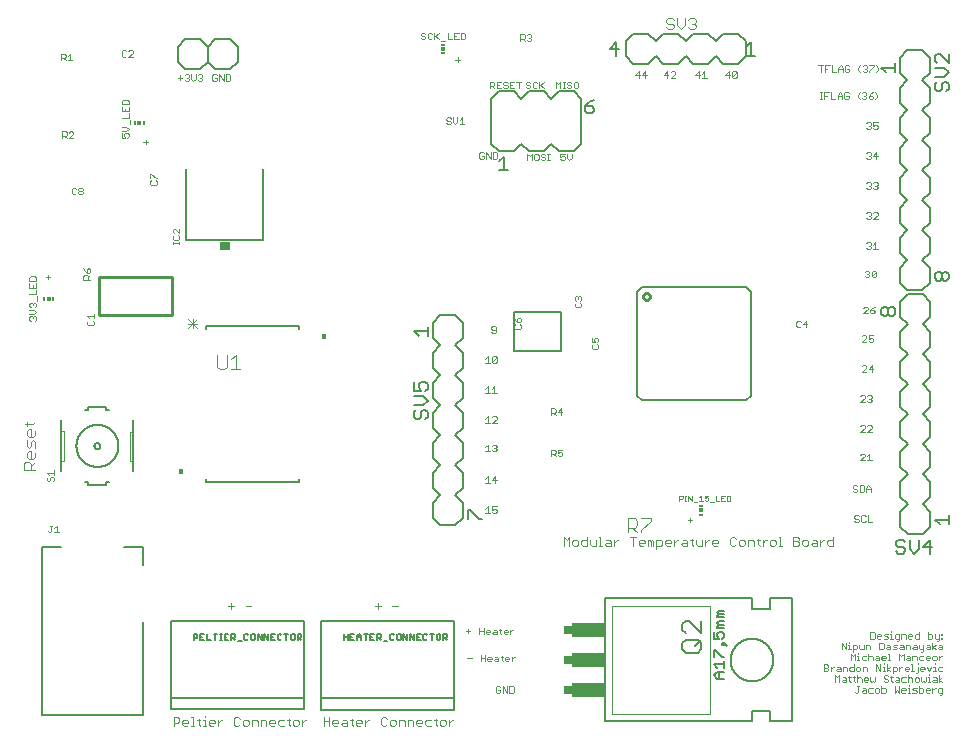
<source format=gbr>
G04 EAGLE Gerber RS-274X export*
G75*
%MOMM*%
%FSLAX34Y34*%
%LPD*%
%INSilkscreen Top*%
%IPPOS*%
%AMOC8*
5,1,8,0,0,1.08239X$1,22.5*%
G01*
%ADD10C,0.076200*%
%ADD11C,0.050800*%
%ADD12C,0.203200*%
%ADD13C,0.254000*%
%ADD14R,0.863600X0.762000*%
%ADD15R,0.150000X0.300000*%
%ADD16R,0.300000X0.300000*%
%ADD17R,0.300000X0.150000*%
%ADD18C,0.127000*%
%ADD19C,0.152400*%
%ADD20R,0.635000X0.762000*%
%ADD21R,2.794000X1.270000*%
%ADD22C,0.177800*%
%ADD23C,0.101600*%

G36*
X256001Y328120D02*
X256001Y328120D01*
X256003Y328119D01*
X256046Y328139D01*
X256090Y328157D01*
X256090Y328159D01*
X256092Y328160D01*
X256125Y328245D01*
X256125Y332055D01*
X256124Y332057D01*
X256125Y332059D01*
X256105Y332102D01*
X256087Y332146D01*
X256085Y332146D01*
X256084Y332148D01*
X255999Y332181D01*
X253459Y332181D01*
X253457Y332180D01*
X253455Y332181D01*
X253412Y332161D01*
X253368Y332143D01*
X253368Y332141D01*
X253366Y332140D01*
X253333Y332055D01*
X253333Y328245D01*
X253334Y328243D01*
X253333Y328241D01*
X253353Y328198D01*
X253371Y328154D01*
X253373Y328154D01*
X253374Y328152D01*
X253459Y328119D01*
X255999Y328119D01*
X256001Y328120D01*
G37*
G36*
X134843Y213820D02*
X134843Y213820D01*
X134845Y213819D01*
X134888Y213839D01*
X134932Y213857D01*
X134932Y213859D01*
X134934Y213860D01*
X134967Y213945D01*
X134967Y217755D01*
X134966Y217757D01*
X134967Y217759D01*
X134947Y217802D01*
X134929Y217846D01*
X134927Y217846D01*
X134926Y217848D01*
X134841Y217881D01*
X132301Y217881D01*
X132299Y217880D01*
X132297Y217881D01*
X132254Y217861D01*
X132210Y217843D01*
X132210Y217841D01*
X132208Y217840D01*
X132175Y217755D01*
X132175Y213945D01*
X132176Y213943D01*
X132175Y213941D01*
X132195Y213898D01*
X132213Y213854D01*
X132215Y213854D01*
X132216Y213852D01*
X132301Y213819D01*
X134841Y213819D01*
X134843Y213820D01*
G37*
D10*
X457581Y152781D02*
X457581Y160153D01*
X460038Y157696D01*
X462496Y160153D01*
X462496Y152781D01*
X466294Y152781D02*
X468751Y152781D01*
X469980Y154010D01*
X469980Y156467D01*
X468751Y157696D01*
X466294Y157696D01*
X465065Y156467D01*
X465065Y154010D01*
X466294Y152781D01*
X477464Y152781D02*
X477464Y160153D01*
X477464Y152781D02*
X473778Y152781D01*
X472549Y154010D01*
X472549Y156467D01*
X473778Y157696D01*
X477464Y157696D01*
X480033Y157696D02*
X480033Y154010D01*
X481262Y152781D01*
X484948Y152781D01*
X484948Y157696D01*
X487518Y160153D02*
X488746Y160153D01*
X488746Y152781D01*
X487518Y152781D02*
X489975Y152781D01*
X493736Y157696D02*
X496193Y157696D01*
X497422Y156467D01*
X497422Y152781D01*
X493736Y152781D01*
X492507Y154010D01*
X493736Y155238D01*
X497422Y155238D01*
X499991Y152781D02*
X499991Y157696D01*
X499991Y155238D02*
X502449Y157696D01*
X503677Y157696D01*
X516170Y160153D02*
X516170Y152781D01*
X513712Y160153D02*
X518627Y160153D01*
X522425Y152781D02*
X524882Y152781D01*
X522425Y152781D02*
X521196Y154010D01*
X521196Y156467D01*
X522425Y157696D01*
X524882Y157696D01*
X526111Y156467D01*
X526111Y155238D01*
X521196Y155238D01*
X528680Y152781D02*
X528680Y157696D01*
X529909Y157696D01*
X531138Y156467D01*
X531138Y152781D01*
X531138Y156467D02*
X532367Y157696D01*
X533595Y156467D01*
X533595Y152781D01*
X536165Y150324D02*
X536165Y157696D01*
X539851Y157696D01*
X541079Y156467D01*
X541079Y154010D01*
X539851Y152781D01*
X536165Y152781D01*
X544877Y152781D02*
X547335Y152781D01*
X544877Y152781D02*
X543649Y154010D01*
X543649Y156467D01*
X544877Y157696D01*
X547335Y157696D01*
X548564Y156467D01*
X548564Y155238D01*
X543649Y155238D01*
X551133Y152781D02*
X551133Y157696D01*
X553590Y157696D02*
X551133Y155238D01*
X553590Y157696D02*
X554819Y157696D01*
X558598Y157696D02*
X561056Y157696D01*
X562285Y156467D01*
X562285Y152781D01*
X558598Y152781D01*
X557370Y154010D01*
X558598Y155238D01*
X562285Y155238D01*
X566083Y154010D02*
X566083Y158925D01*
X566083Y154010D02*
X567311Y152781D01*
X567311Y157696D02*
X564854Y157696D01*
X569843Y157696D02*
X569843Y154010D01*
X571072Y152781D01*
X574758Y152781D01*
X574758Y157696D01*
X577327Y157696D02*
X577327Y152781D01*
X577327Y155238D02*
X579785Y157696D01*
X581014Y157696D01*
X584793Y152781D02*
X587250Y152781D01*
X584793Y152781D02*
X583564Y154010D01*
X583564Y156467D01*
X584793Y157696D01*
X587250Y157696D01*
X588479Y156467D01*
X588479Y155238D01*
X583564Y155238D01*
X602219Y160153D02*
X603447Y158925D01*
X602219Y160153D02*
X599761Y160153D01*
X598533Y158925D01*
X598533Y154010D01*
X599761Y152781D01*
X602219Y152781D01*
X603447Y154010D01*
X607245Y152781D02*
X609703Y152781D01*
X610932Y154010D01*
X610932Y156467D01*
X609703Y157696D01*
X607245Y157696D01*
X606017Y156467D01*
X606017Y154010D01*
X607245Y152781D01*
X613501Y152781D02*
X613501Y157696D01*
X617187Y157696D01*
X618416Y156467D01*
X618416Y152781D01*
X622214Y154010D02*
X622214Y158925D01*
X622214Y154010D02*
X623442Y152781D01*
X623442Y157696D02*
X620985Y157696D01*
X625974Y157696D02*
X625974Y152781D01*
X625974Y155238D02*
X628432Y157696D01*
X629661Y157696D01*
X633440Y152781D02*
X635897Y152781D01*
X637126Y154010D01*
X637126Y156467D01*
X635897Y157696D01*
X633440Y157696D01*
X632211Y156467D01*
X632211Y154010D01*
X633440Y152781D01*
X639695Y160153D02*
X640924Y160153D01*
X640924Y152781D01*
X639695Y152781D02*
X642153Y152781D01*
X652169Y152781D02*
X652169Y160153D01*
X655855Y160153D01*
X657084Y158925D01*
X657084Y157696D01*
X655855Y156467D01*
X657084Y155238D01*
X657084Y154010D01*
X655855Y152781D01*
X652169Y152781D01*
X652169Y156467D02*
X655855Y156467D01*
X660882Y152781D02*
X663339Y152781D01*
X664568Y154010D01*
X664568Y156467D01*
X663339Y157696D01*
X660882Y157696D01*
X659653Y156467D01*
X659653Y154010D01*
X660882Y152781D01*
X668366Y157696D02*
X670823Y157696D01*
X672052Y156467D01*
X672052Y152781D01*
X668366Y152781D01*
X667137Y154010D01*
X668366Y155238D01*
X672052Y155238D01*
X674621Y152781D02*
X674621Y157696D01*
X674621Y155238D02*
X677079Y157696D01*
X678308Y157696D01*
X685773Y160153D02*
X685773Y152781D01*
X682087Y152781D01*
X680858Y154010D01*
X680858Y156467D01*
X682087Y157696D01*
X685773Y157696D01*
D11*
X717354Y79761D02*
X717354Y74168D01*
X720151Y74168D01*
X721083Y75100D01*
X721083Y78829D01*
X720151Y79761D01*
X717354Y79761D01*
X723899Y74168D02*
X725764Y74168D01*
X723899Y74168D02*
X722967Y75100D01*
X722967Y76964D01*
X723899Y77897D01*
X725764Y77897D01*
X726696Y76964D01*
X726696Y76032D01*
X722967Y76032D01*
X728580Y74168D02*
X731377Y74168D01*
X732309Y75100D01*
X731377Y76032D01*
X729513Y76032D01*
X728580Y76964D01*
X729513Y77897D01*
X732309Y77897D01*
X734194Y77897D02*
X735126Y77897D01*
X735126Y74168D01*
X734194Y74168D02*
X736058Y74168D01*
X735126Y79761D02*
X735126Y80693D01*
X739800Y72304D02*
X740732Y72304D01*
X741664Y73236D01*
X741664Y77897D01*
X738868Y77897D01*
X737936Y76964D01*
X737936Y75100D01*
X738868Y74168D01*
X741664Y74168D01*
X743549Y74168D02*
X743549Y77897D01*
X746345Y77897D01*
X747277Y76964D01*
X747277Y74168D01*
X750094Y74168D02*
X751958Y74168D01*
X750094Y74168D02*
X749162Y75100D01*
X749162Y76964D01*
X750094Y77897D01*
X751958Y77897D01*
X752890Y76964D01*
X752890Y76032D01*
X749162Y76032D01*
X758503Y74168D02*
X758503Y79761D01*
X758503Y74168D02*
X755707Y74168D01*
X754775Y75100D01*
X754775Y76964D01*
X755707Y77897D01*
X758503Y77897D01*
X766001Y79761D02*
X766001Y74168D01*
X768797Y74168D01*
X769730Y75100D01*
X769730Y76964D01*
X768797Y77897D01*
X766001Y77897D01*
X771614Y77897D02*
X771614Y75100D01*
X772546Y74168D01*
X775343Y74168D01*
X775343Y73236D02*
X775343Y77897D01*
X775343Y73236D02*
X774411Y72304D01*
X773478Y72304D01*
X777227Y77897D02*
X778159Y77897D01*
X778159Y76964D01*
X777227Y76964D01*
X777227Y77897D01*
X777227Y75100D02*
X778159Y75100D01*
X778159Y74168D01*
X777227Y74168D01*
X777227Y75100D01*
X693031Y70617D02*
X693031Y65024D01*
X696759Y65024D02*
X693031Y70617D01*
X696759Y70617D02*
X696759Y65024D01*
X698644Y68753D02*
X699576Y68753D01*
X699576Y65024D01*
X698644Y65024D02*
X700508Y65024D01*
X699576Y70617D02*
X699576Y71549D01*
X702386Y68753D02*
X702386Y63160D01*
X702386Y68753D02*
X705182Y68753D01*
X706114Y67820D01*
X706114Y65956D01*
X705182Y65024D01*
X702386Y65024D01*
X707999Y65956D02*
X707999Y68753D01*
X707999Y65956D02*
X708931Y65024D01*
X711727Y65024D01*
X711727Y68753D01*
X713612Y68753D02*
X713612Y65024D01*
X713612Y68753D02*
X716408Y68753D01*
X717341Y67820D01*
X717341Y65024D01*
X724838Y65024D02*
X724838Y70617D01*
X724838Y65024D02*
X727635Y65024D01*
X728567Y65956D01*
X728567Y69685D01*
X727635Y70617D01*
X724838Y70617D01*
X731383Y68753D02*
X733248Y68753D01*
X734180Y67820D01*
X734180Y65024D01*
X731383Y65024D01*
X730451Y65956D01*
X731383Y66888D01*
X734180Y66888D01*
X736064Y65024D02*
X738861Y65024D01*
X739793Y65956D01*
X738861Y66888D01*
X736997Y66888D01*
X736064Y67820D01*
X736997Y68753D01*
X739793Y68753D01*
X742610Y68753D02*
X744474Y68753D01*
X745406Y67820D01*
X745406Y65024D01*
X742610Y65024D01*
X741678Y65956D01*
X742610Y66888D01*
X745406Y66888D01*
X747291Y65024D02*
X747291Y68753D01*
X750087Y68753D01*
X751019Y67820D01*
X751019Y65024D01*
X753836Y68753D02*
X755700Y68753D01*
X756632Y67820D01*
X756632Y65024D01*
X753836Y65024D01*
X752904Y65956D01*
X753836Y66888D01*
X756632Y66888D01*
X758517Y65956D02*
X758517Y68753D01*
X758517Y65956D02*
X759449Y65024D01*
X762245Y65024D01*
X762245Y64092D02*
X762245Y68753D01*
X762245Y64092D02*
X761313Y63160D01*
X760381Y63160D01*
X765062Y68753D02*
X766926Y68753D01*
X767858Y67820D01*
X767858Y65024D01*
X765062Y65024D01*
X764130Y65956D01*
X765062Y66888D01*
X767858Y66888D01*
X769743Y65024D02*
X769743Y70617D01*
X769743Y66888D02*
X772539Y65024D01*
X769743Y66888D02*
X772539Y68753D01*
X775353Y68753D02*
X777217Y68753D01*
X778149Y67820D01*
X778149Y65024D01*
X775353Y65024D01*
X774421Y65956D01*
X775353Y66888D01*
X778149Y66888D01*
X700515Y61473D02*
X700515Y55880D01*
X702379Y59609D02*
X700515Y61473D01*
X702379Y59609D02*
X704243Y61473D01*
X704243Y55880D01*
X706128Y59609D02*
X707060Y59609D01*
X707060Y55880D01*
X706128Y55880D02*
X707992Y55880D01*
X707060Y61473D02*
X707060Y62405D01*
X710802Y59609D02*
X713599Y59609D01*
X710802Y59609D02*
X709870Y58676D01*
X709870Y56812D01*
X710802Y55880D01*
X713599Y55880D01*
X715483Y55880D02*
X715483Y61473D01*
X716415Y59609D02*
X715483Y58676D01*
X716415Y59609D02*
X718279Y59609D01*
X719212Y58676D01*
X719212Y55880D01*
X722028Y59609D02*
X723893Y59609D01*
X724825Y58676D01*
X724825Y55880D01*
X722028Y55880D01*
X721096Y56812D01*
X722028Y57744D01*
X724825Y57744D01*
X727641Y55880D02*
X729506Y55880D01*
X727641Y55880D02*
X726709Y56812D01*
X726709Y58676D01*
X727641Y59609D01*
X729506Y59609D01*
X730438Y58676D01*
X730438Y57744D01*
X726709Y57744D01*
X732322Y61473D02*
X733255Y61473D01*
X733255Y55880D01*
X734187Y55880D02*
X732322Y55880D01*
X741678Y55880D02*
X741678Y61473D01*
X743542Y59609D01*
X745406Y61473D01*
X745406Y55880D01*
X748223Y59609D02*
X750087Y59609D01*
X751019Y58676D01*
X751019Y55880D01*
X748223Y55880D01*
X747291Y56812D01*
X748223Y57744D01*
X751019Y57744D01*
X752904Y55880D02*
X752904Y59609D01*
X755700Y59609D01*
X756632Y58676D01*
X756632Y55880D01*
X759449Y59609D02*
X762245Y59609D01*
X759449Y59609D02*
X758517Y58676D01*
X758517Y56812D01*
X759449Y55880D01*
X762245Y55880D01*
X765062Y55880D02*
X766926Y55880D01*
X765062Y55880D02*
X764130Y56812D01*
X764130Y58676D01*
X765062Y59609D01*
X766926Y59609D01*
X767858Y58676D01*
X767858Y57744D01*
X764130Y57744D01*
X770675Y55880D02*
X772539Y55880D01*
X773472Y56812D01*
X773472Y58676D01*
X772539Y59609D01*
X770675Y59609D01*
X769743Y58676D01*
X769743Y56812D01*
X770675Y55880D01*
X775356Y55880D02*
X775356Y59609D01*
X777220Y59609D02*
X775356Y57744D01*
X777220Y59609D02*
X778152Y59609D01*
X678062Y52329D02*
X678062Y46736D01*
X678062Y52329D02*
X680859Y52329D01*
X681791Y51397D01*
X681791Y50465D01*
X680859Y49532D01*
X681791Y48600D01*
X681791Y47668D01*
X680859Y46736D01*
X678062Y46736D01*
X678062Y49532D02*
X680859Y49532D01*
X683675Y50465D02*
X683675Y46736D01*
X683675Y48600D02*
X685540Y50465D01*
X686472Y50465D01*
X689285Y50465D02*
X691149Y50465D01*
X692082Y49532D01*
X692082Y46736D01*
X689285Y46736D01*
X688353Y47668D01*
X689285Y48600D01*
X692082Y48600D01*
X693966Y46736D02*
X693966Y50465D01*
X696763Y50465D01*
X697695Y49532D01*
X697695Y46736D01*
X703308Y46736D02*
X703308Y52329D01*
X703308Y46736D02*
X700511Y46736D01*
X699579Y47668D01*
X699579Y49532D01*
X700511Y50465D01*
X703308Y50465D01*
X706124Y46736D02*
X707989Y46736D01*
X708921Y47668D01*
X708921Y49532D01*
X707989Y50465D01*
X706124Y50465D01*
X705192Y49532D01*
X705192Y47668D01*
X706124Y46736D01*
X710805Y46736D02*
X710805Y50465D01*
X713602Y50465D01*
X714534Y49532D01*
X714534Y46736D01*
X722032Y46736D02*
X722032Y52329D01*
X725760Y46736D01*
X725760Y52329D01*
X727645Y50465D02*
X728577Y50465D01*
X728577Y46736D01*
X727645Y46736D02*
X729509Y46736D01*
X728577Y52329D02*
X728577Y53261D01*
X731387Y52329D02*
X731387Y46736D01*
X731387Y48600D02*
X734183Y46736D01*
X731387Y48600D02*
X734183Y50465D01*
X736064Y50465D02*
X736064Y44872D01*
X736064Y50465D02*
X738861Y50465D01*
X739793Y49532D01*
X739793Y47668D01*
X738861Y46736D01*
X736064Y46736D01*
X741677Y46736D02*
X741677Y50465D01*
X741677Y48600D02*
X743542Y50465D01*
X744474Y50465D01*
X747287Y46736D02*
X749151Y46736D01*
X747287Y46736D02*
X746355Y47668D01*
X746355Y49532D01*
X747287Y50465D01*
X749151Y50465D01*
X750084Y49532D01*
X750084Y48600D01*
X746355Y48600D01*
X751968Y52329D02*
X752900Y52329D01*
X752900Y46736D01*
X751968Y46736D02*
X753832Y46736D01*
X755710Y44872D02*
X756642Y44872D01*
X757574Y45804D01*
X757574Y50465D01*
X757574Y52329D02*
X757574Y53261D01*
X760384Y46736D02*
X762249Y46736D01*
X760384Y46736D02*
X759452Y47668D01*
X759452Y49532D01*
X760384Y50465D01*
X762249Y50465D01*
X763181Y49532D01*
X763181Y48600D01*
X759452Y48600D01*
X765065Y50465D02*
X766930Y46736D01*
X768794Y50465D01*
X770678Y50465D02*
X771611Y50465D01*
X771611Y46736D01*
X772543Y46736D02*
X770678Y46736D01*
X771611Y52329D02*
X771611Y53261D01*
X775353Y50465D02*
X778149Y50465D01*
X775353Y50465D02*
X774421Y49532D01*
X774421Y47668D01*
X775353Y46736D01*
X778149Y46736D01*
X687418Y43185D02*
X687418Y37592D01*
X689282Y41321D02*
X687418Y43185D01*
X689282Y41321D02*
X691146Y43185D01*
X691146Y37592D01*
X693963Y41321D02*
X695827Y41321D01*
X696759Y40388D01*
X696759Y37592D01*
X693963Y37592D01*
X693031Y38524D01*
X693963Y39456D01*
X696759Y39456D01*
X699576Y38524D02*
X699576Y42253D01*
X699576Y38524D02*
X700508Y37592D01*
X700508Y41321D02*
X698644Y41321D01*
X703318Y42253D02*
X703318Y38524D01*
X704250Y37592D01*
X704250Y41321D02*
X702386Y41321D01*
X706128Y43185D02*
X706128Y37592D01*
X706128Y40388D02*
X707060Y41321D01*
X708924Y41321D01*
X709856Y40388D01*
X709856Y37592D01*
X712673Y37592D02*
X714537Y37592D01*
X712673Y37592D02*
X711741Y38524D01*
X711741Y40388D01*
X712673Y41321D01*
X714537Y41321D01*
X715469Y40388D01*
X715469Y39456D01*
X711741Y39456D01*
X717354Y38524D02*
X717354Y41321D01*
X717354Y38524D02*
X718286Y37592D01*
X719218Y38524D01*
X720150Y37592D01*
X721083Y38524D01*
X721083Y41321D01*
X731377Y43185D02*
X732309Y42253D01*
X731377Y43185D02*
X729512Y43185D01*
X728580Y42253D01*
X728580Y41321D01*
X729512Y40388D01*
X731377Y40388D01*
X732309Y39456D01*
X732309Y38524D01*
X731377Y37592D01*
X729512Y37592D01*
X728580Y38524D01*
X735125Y38524D02*
X735125Y42253D01*
X735125Y38524D02*
X736058Y37592D01*
X736058Y41321D02*
X734193Y41321D01*
X738868Y41321D02*
X740732Y41321D01*
X741664Y40388D01*
X741664Y37592D01*
X738868Y37592D01*
X737935Y38524D01*
X738868Y39456D01*
X741664Y39456D01*
X744481Y41321D02*
X747277Y41321D01*
X744481Y41321D02*
X743549Y40388D01*
X743549Y38524D01*
X744481Y37592D01*
X747277Y37592D01*
X749162Y37592D02*
X749162Y43185D01*
X750094Y41321D02*
X749162Y40388D01*
X750094Y41321D02*
X751958Y41321D01*
X752890Y40388D01*
X752890Y37592D01*
X755707Y37592D02*
X757571Y37592D01*
X758503Y38524D01*
X758503Y40388D01*
X757571Y41321D01*
X755707Y41321D01*
X754775Y40388D01*
X754775Y38524D01*
X755707Y37592D01*
X760388Y38524D02*
X760388Y41321D01*
X760388Y38524D02*
X761320Y37592D01*
X762252Y38524D01*
X763184Y37592D01*
X764116Y38524D01*
X764116Y41321D01*
X766001Y41321D02*
X766933Y41321D01*
X766933Y37592D01*
X766001Y37592D02*
X767865Y37592D01*
X766933Y43185D02*
X766933Y44117D01*
X770675Y41321D02*
X772539Y41321D01*
X773471Y40388D01*
X773471Y37592D01*
X770675Y37592D01*
X769743Y38524D01*
X770675Y39456D01*
X773471Y39456D01*
X775356Y37592D02*
X775356Y43185D01*
X775356Y39456D02*
X778152Y37592D01*
X775356Y39456D02*
X778152Y41321D01*
X705189Y28448D02*
X704257Y29380D01*
X705189Y28448D02*
X706121Y28448D01*
X707053Y29380D01*
X707053Y34041D01*
X706121Y34041D02*
X707985Y34041D01*
X710802Y32177D02*
X712666Y32177D01*
X713599Y31244D01*
X713599Y28448D01*
X710802Y28448D01*
X709870Y29380D01*
X710802Y30312D01*
X713599Y30312D01*
X716415Y32177D02*
X719212Y32177D01*
X716415Y32177D02*
X715483Y31244D01*
X715483Y29380D01*
X716415Y28448D01*
X719212Y28448D01*
X722028Y28448D02*
X723893Y28448D01*
X724825Y29380D01*
X724825Y31244D01*
X723893Y32177D01*
X722028Y32177D01*
X721096Y31244D01*
X721096Y29380D01*
X722028Y28448D01*
X726709Y28448D02*
X726709Y34041D01*
X726709Y28448D02*
X729506Y28448D01*
X730438Y29380D01*
X730438Y31244D01*
X729506Y32177D01*
X726709Y32177D01*
X737936Y34041D02*
X737936Y28448D01*
X739800Y30312D01*
X741664Y28448D01*
X741664Y34041D01*
X744481Y28448D02*
X746345Y28448D01*
X744481Y28448D02*
X743549Y29380D01*
X743549Y31244D01*
X744481Y32177D01*
X746345Y32177D01*
X747277Y31244D01*
X747277Y30312D01*
X743549Y30312D01*
X749162Y32177D02*
X750094Y32177D01*
X750094Y28448D01*
X749162Y28448D02*
X751026Y28448D01*
X750094Y34041D02*
X750094Y34973D01*
X752904Y28448D02*
X755700Y28448D01*
X756632Y29380D01*
X755700Y30312D01*
X753836Y30312D01*
X752904Y31244D01*
X753836Y32177D01*
X756632Y32177D01*
X758517Y34041D02*
X758517Y28448D01*
X761313Y28448D01*
X762245Y29380D01*
X762245Y31244D01*
X761313Y32177D01*
X758517Y32177D01*
X765062Y28448D02*
X766926Y28448D01*
X765062Y28448D02*
X764130Y29380D01*
X764130Y31244D01*
X765062Y32177D01*
X766926Y32177D01*
X767858Y31244D01*
X767858Y30312D01*
X764130Y30312D01*
X769743Y28448D02*
X769743Y32177D01*
X771607Y32177D02*
X769743Y30312D01*
X771607Y32177D02*
X772539Y32177D01*
X776285Y26584D02*
X777217Y26584D01*
X778149Y27516D01*
X778149Y32177D01*
X775353Y32177D01*
X774421Y31244D01*
X774421Y29380D01*
X775353Y28448D01*
X778149Y28448D01*
D10*
X127381Y7753D02*
X127381Y381D01*
X127381Y7753D02*
X131067Y7753D01*
X132296Y6525D01*
X132296Y4067D01*
X131067Y2838D01*
X127381Y2838D01*
X136094Y381D02*
X138551Y381D01*
X136094Y381D02*
X134865Y1610D01*
X134865Y4067D01*
X136094Y5296D01*
X138551Y5296D01*
X139780Y4067D01*
X139780Y2838D01*
X134865Y2838D01*
X142349Y7753D02*
X143578Y7753D01*
X143578Y381D01*
X142349Y381D02*
X144807Y381D01*
X148567Y1610D02*
X148567Y6525D01*
X148567Y1610D02*
X149796Y381D01*
X149796Y5296D02*
X147339Y5296D01*
X152328Y5296D02*
X153557Y5296D01*
X153557Y381D01*
X152328Y381D02*
X154786Y381D01*
X153557Y7753D02*
X153557Y8982D01*
X158546Y381D02*
X161004Y381D01*
X158546Y381D02*
X157318Y1610D01*
X157318Y4067D01*
X158546Y5296D01*
X161004Y5296D01*
X162232Y4067D01*
X162232Y2838D01*
X157318Y2838D01*
X164802Y381D02*
X164802Y5296D01*
X167259Y5296D02*
X164802Y2838D01*
X167259Y5296D02*
X168488Y5296D01*
X182209Y7753D02*
X183438Y6525D01*
X182209Y7753D02*
X179751Y7753D01*
X178523Y6525D01*
X178523Y1610D01*
X179751Y381D01*
X182209Y381D01*
X183438Y1610D01*
X187236Y381D02*
X189693Y381D01*
X190922Y1610D01*
X190922Y4067D01*
X189693Y5296D01*
X187236Y5296D01*
X186007Y4067D01*
X186007Y1610D01*
X187236Y381D01*
X193491Y381D02*
X193491Y5296D01*
X197177Y5296D01*
X198406Y4067D01*
X198406Y381D01*
X200975Y381D02*
X200975Y5296D01*
X204661Y5296D01*
X205890Y4067D01*
X205890Y381D01*
X209688Y381D02*
X212145Y381D01*
X209688Y381D02*
X208459Y1610D01*
X208459Y4067D01*
X209688Y5296D01*
X212145Y5296D01*
X213374Y4067D01*
X213374Y2838D01*
X208459Y2838D01*
X217172Y5296D02*
X220858Y5296D01*
X217172Y5296D02*
X215944Y4067D01*
X215944Y1610D01*
X217172Y381D01*
X220858Y381D01*
X224656Y1610D02*
X224656Y6525D01*
X224656Y1610D02*
X225885Y381D01*
X225885Y5296D02*
X223428Y5296D01*
X229646Y381D02*
X232103Y381D01*
X233332Y1610D01*
X233332Y4067D01*
X232103Y5296D01*
X229646Y5296D01*
X228417Y4067D01*
X228417Y1610D01*
X229646Y381D01*
X235901Y381D02*
X235901Y5296D01*
X235901Y2838D02*
X238359Y5296D01*
X239587Y5296D01*
X254381Y7753D02*
X254381Y381D01*
X254381Y4067D02*
X259296Y4067D01*
X259296Y7753D02*
X259296Y381D01*
X263094Y381D02*
X265551Y381D01*
X263094Y381D02*
X261865Y1610D01*
X261865Y4067D01*
X263094Y5296D01*
X265551Y5296D01*
X266780Y4067D01*
X266780Y2838D01*
X261865Y2838D01*
X270578Y5296D02*
X273035Y5296D01*
X274264Y4067D01*
X274264Y381D01*
X270578Y381D01*
X269349Y1610D01*
X270578Y2838D01*
X274264Y2838D01*
X278062Y1610D02*
X278062Y6525D01*
X278062Y1610D02*
X279291Y381D01*
X279291Y5296D02*
X276833Y5296D01*
X283052Y381D02*
X285509Y381D01*
X283052Y381D02*
X281823Y1610D01*
X281823Y4067D01*
X283052Y5296D01*
X285509Y5296D01*
X286738Y4067D01*
X286738Y2838D01*
X281823Y2838D01*
X289307Y381D02*
X289307Y5296D01*
X291764Y5296D02*
X289307Y2838D01*
X291764Y5296D02*
X292993Y5296D01*
X306714Y7753D02*
X307943Y6525D01*
X306714Y7753D02*
X304257Y7753D01*
X303028Y6525D01*
X303028Y1610D01*
X304257Y381D01*
X306714Y381D01*
X307943Y1610D01*
X311741Y381D02*
X314198Y381D01*
X315427Y1610D01*
X315427Y4067D01*
X314198Y5296D01*
X311741Y5296D01*
X310512Y4067D01*
X310512Y1610D01*
X311741Y381D01*
X317996Y381D02*
X317996Y5296D01*
X321682Y5296D01*
X322911Y4067D01*
X322911Y381D01*
X325480Y381D02*
X325480Y5296D01*
X329167Y5296D01*
X330395Y4067D01*
X330395Y381D01*
X334193Y381D02*
X336651Y381D01*
X334193Y381D02*
X332965Y1610D01*
X332965Y4067D01*
X334193Y5296D01*
X336651Y5296D01*
X337879Y4067D01*
X337879Y2838D01*
X332965Y2838D01*
X341677Y5296D02*
X345364Y5296D01*
X341677Y5296D02*
X340449Y4067D01*
X340449Y1610D01*
X341677Y381D01*
X345364Y381D01*
X349162Y1610D02*
X349162Y6525D01*
X349162Y1610D02*
X350390Y381D01*
X350390Y5296D02*
X347933Y5296D01*
X354151Y381D02*
X356609Y381D01*
X357837Y1610D01*
X357837Y4067D01*
X356609Y5296D01*
X354151Y5296D01*
X352922Y4067D01*
X352922Y1610D01*
X354151Y381D01*
X360407Y381D02*
X360407Y5296D01*
X362864Y5296D02*
X360407Y2838D01*
X362864Y5296D02*
X364093Y5296D01*
X178220Y101603D02*
X173305Y101603D01*
X175762Y99146D02*
X175762Y104061D01*
X188273Y101603D02*
X193188Y101603D01*
X297697Y101603D02*
X302612Y101603D01*
X300154Y99146D02*
X300154Y104061D01*
X312665Y101603D02*
X317580Y101603D01*
X9779Y217073D02*
X373Y217073D01*
X373Y221776D01*
X1941Y223344D01*
X5076Y223344D01*
X6644Y221776D01*
X6644Y217073D01*
X6644Y220209D02*
X9779Y223344D01*
X9779Y227996D02*
X9779Y231132D01*
X9779Y227996D02*
X8211Y226429D01*
X5076Y226429D01*
X3508Y227996D01*
X3508Y231132D01*
X5076Y232699D01*
X6644Y232699D01*
X6644Y226429D01*
X9779Y235784D02*
X9779Y240487D01*
X8211Y242055D01*
X6644Y240487D01*
X6644Y237351D01*
X5076Y235784D01*
X3508Y237351D01*
X3508Y242055D01*
X9779Y246707D02*
X9779Y249842D01*
X9779Y246707D02*
X8211Y245139D01*
X5076Y245139D01*
X3508Y246707D01*
X3508Y249842D01*
X5076Y251410D01*
X6644Y251410D01*
X6644Y245139D01*
X8211Y256062D02*
X1941Y256062D01*
X8211Y256062D02*
X9779Y257630D01*
X3508Y257630D02*
X3508Y254494D01*
D11*
X454914Y484637D02*
X458643Y484637D01*
X454914Y484637D02*
X454914Y481840D01*
X456778Y482773D01*
X457710Y482773D01*
X458643Y481840D01*
X458643Y479976D01*
X457710Y479044D01*
X455846Y479044D01*
X454914Y479976D01*
X460527Y480908D02*
X460527Y484637D01*
X460527Y480908D02*
X462391Y479044D01*
X464256Y480908D01*
X464256Y484637D01*
X426974Y484637D02*
X426974Y479044D01*
X428838Y482773D02*
X426974Y484637D01*
X428838Y482773D02*
X430703Y484637D01*
X430703Y479044D01*
X433519Y484637D02*
X435383Y484637D01*
X433519Y484637D02*
X432587Y483705D01*
X432587Y479976D01*
X433519Y479044D01*
X435383Y479044D01*
X436316Y479976D01*
X436316Y483705D01*
X435383Y484637D01*
X440997Y484637D02*
X441929Y483705D01*
X440997Y484637D02*
X439132Y484637D01*
X438200Y483705D01*
X438200Y482773D01*
X439132Y481840D01*
X440997Y481840D01*
X441929Y480908D01*
X441929Y479976D01*
X440997Y479044D01*
X439132Y479044D01*
X438200Y479976D01*
X443813Y479044D02*
X445678Y479044D01*
X444745Y479044D02*
X444745Y484637D01*
X443813Y484637D02*
X445678Y484637D01*
X390063Y484975D02*
X389130Y485907D01*
X387266Y485907D01*
X386334Y484975D01*
X386334Y481246D01*
X387266Y480314D01*
X389130Y480314D01*
X390063Y481246D01*
X390063Y483110D01*
X388198Y483110D01*
X391947Y480314D02*
X391947Y485907D01*
X395676Y480314D01*
X395676Y485907D01*
X397560Y485907D02*
X397560Y480314D01*
X400357Y480314D01*
X401289Y481246D01*
X401289Y484975D01*
X400357Y485907D01*
X397560Y485907D01*
X395224Y540004D02*
X395224Y545597D01*
X398020Y545597D01*
X398953Y544665D01*
X398953Y542800D01*
X398020Y541868D01*
X395224Y541868D01*
X397088Y541868D02*
X398953Y540004D01*
X400837Y545597D02*
X404566Y545597D01*
X400837Y545597D02*
X400837Y540004D01*
X404566Y540004D01*
X402701Y542800D02*
X400837Y542800D01*
X409247Y545597D02*
X410179Y544665D01*
X409247Y545597D02*
X407382Y545597D01*
X406450Y544665D01*
X406450Y543733D01*
X407382Y542800D01*
X409247Y542800D01*
X410179Y541868D01*
X410179Y540936D01*
X409247Y540004D01*
X407382Y540004D01*
X406450Y540936D01*
X412063Y545597D02*
X415792Y545597D01*
X412063Y545597D02*
X412063Y540004D01*
X415792Y540004D01*
X413928Y542800D02*
X412063Y542800D01*
X419541Y540004D02*
X419541Y545597D01*
X421405Y545597D02*
X417676Y545597D01*
X451104Y545597D02*
X451104Y540004D01*
X452968Y543733D02*
X451104Y545597D01*
X452968Y543733D02*
X454833Y545597D01*
X454833Y540004D01*
X456717Y540004D02*
X458581Y540004D01*
X457649Y540004D02*
X457649Y545597D01*
X456717Y545597D02*
X458581Y545597D01*
X463256Y545597D02*
X464188Y544665D01*
X463256Y545597D02*
X461391Y545597D01*
X460459Y544665D01*
X460459Y543733D01*
X461391Y542800D01*
X463256Y542800D01*
X464188Y541868D01*
X464188Y540936D01*
X463256Y540004D01*
X461391Y540004D01*
X460459Y540936D01*
X467004Y545597D02*
X468869Y545597D01*
X467004Y545597D02*
X466072Y544665D01*
X466072Y540936D01*
X467004Y540004D01*
X468869Y540004D01*
X469801Y540936D01*
X469801Y544665D01*
X468869Y545597D01*
X429433Y544665D02*
X428500Y545597D01*
X426636Y545597D01*
X425704Y544665D01*
X425704Y543733D01*
X426636Y542800D01*
X428500Y542800D01*
X429433Y541868D01*
X429433Y540936D01*
X428500Y540004D01*
X426636Y540004D01*
X425704Y540936D01*
X434113Y545597D02*
X435046Y544665D01*
X434113Y545597D02*
X432249Y545597D01*
X431317Y544665D01*
X431317Y540936D01*
X432249Y540004D01*
X434113Y540004D01*
X435046Y540936D01*
X436930Y540004D02*
X436930Y545597D01*
X436930Y541868D02*
X440659Y545597D01*
X437862Y542800D02*
X440659Y540004D01*
X706630Y178567D02*
X707563Y177635D01*
X706630Y178567D02*
X704766Y178567D01*
X703834Y177635D01*
X703834Y176703D01*
X704766Y175770D01*
X706630Y175770D01*
X707563Y174838D01*
X707563Y173906D01*
X706630Y172974D01*
X704766Y172974D01*
X703834Y173906D01*
X712243Y178567D02*
X713176Y177635D01*
X712243Y178567D02*
X710379Y178567D01*
X709447Y177635D01*
X709447Y173906D01*
X710379Y172974D01*
X712243Y172974D01*
X713176Y173906D01*
X715060Y172974D02*
X715060Y178567D01*
X715060Y172974D02*
X718789Y172974D01*
X706293Y203035D02*
X705360Y203967D01*
X703496Y203967D01*
X702564Y203035D01*
X702564Y202103D01*
X703496Y201170D01*
X705360Y201170D01*
X706293Y200238D01*
X706293Y199306D01*
X705360Y198374D01*
X703496Y198374D01*
X702564Y199306D01*
X708177Y198374D02*
X708177Y203967D01*
X708177Y198374D02*
X710973Y198374D01*
X711906Y199306D01*
X711906Y203035D01*
X710973Y203967D01*
X708177Y203967D01*
X713790Y202103D02*
X713790Y198374D01*
X713790Y202103D02*
X715654Y203967D01*
X717519Y202103D01*
X717519Y198374D01*
X717519Y201170D02*
X713790Y201170D01*
X712643Y225044D02*
X708914Y225044D01*
X712643Y228773D01*
X712643Y229705D01*
X711710Y230637D01*
X709846Y230637D01*
X708914Y229705D01*
X714527Y228773D02*
X716391Y230637D01*
X716391Y225044D01*
X714527Y225044D02*
X718256Y225044D01*
X712643Y249174D02*
X708914Y249174D01*
X712643Y252903D01*
X712643Y253835D01*
X711710Y254767D01*
X709846Y254767D01*
X708914Y253835D01*
X714527Y249174D02*
X718256Y249174D01*
X714527Y249174D02*
X718256Y252903D01*
X718256Y253835D01*
X717323Y254767D01*
X715459Y254767D01*
X714527Y253835D01*
X712643Y274574D02*
X708914Y274574D01*
X712643Y278303D01*
X712643Y279235D01*
X711710Y280167D01*
X709846Y280167D01*
X708914Y279235D01*
X714527Y279235D02*
X715459Y280167D01*
X717323Y280167D01*
X718256Y279235D01*
X718256Y278303D01*
X717323Y277370D01*
X716391Y277370D01*
X717323Y277370D02*
X718256Y276438D01*
X718256Y275506D01*
X717323Y274574D01*
X715459Y274574D01*
X714527Y275506D01*
X713913Y299974D02*
X710184Y299974D01*
X713913Y303703D01*
X713913Y304635D01*
X712980Y305567D01*
X711116Y305567D01*
X710184Y304635D01*
X718593Y305567D02*
X718593Y299974D01*
X715797Y302770D02*
X718593Y305567D01*
X719526Y302770D02*
X715797Y302770D01*
X713913Y325374D02*
X710184Y325374D01*
X713913Y329103D01*
X713913Y330035D01*
X712980Y330967D01*
X711116Y330967D01*
X710184Y330035D01*
X715797Y330967D02*
X719526Y330967D01*
X715797Y330967D02*
X715797Y328170D01*
X717661Y329103D01*
X718593Y329103D01*
X719526Y328170D01*
X719526Y326306D01*
X718593Y325374D01*
X716729Y325374D01*
X715797Y326306D01*
X715183Y349504D02*
X711454Y349504D01*
X715183Y353233D01*
X715183Y354165D01*
X714250Y355097D01*
X712386Y355097D01*
X711454Y354165D01*
X718931Y354165D02*
X720796Y355097D01*
X718931Y354165D02*
X717067Y352300D01*
X717067Y350436D01*
X717999Y349504D01*
X719863Y349504D01*
X720796Y350436D01*
X720796Y351368D01*
X719863Y352300D01*
X717067Y352300D01*
X712724Y384645D02*
X713656Y385577D01*
X715520Y385577D01*
X716453Y384645D01*
X716453Y383713D01*
X715520Y382780D01*
X714588Y382780D01*
X715520Y382780D02*
X716453Y381848D01*
X716453Y380916D01*
X715520Y379984D01*
X713656Y379984D01*
X712724Y380916D01*
X718337Y380916D02*
X718337Y384645D01*
X719269Y385577D01*
X721133Y385577D01*
X722066Y384645D01*
X722066Y380916D01*
X721133Y379984D01*
X719269Y379984D01*
X718337Y380916D01*
X722066Y384645D01*
X713994Y408775D02*
X714926Y409707D01*
X716790Y409707D01*
X717723Y408775D01*
X717723Y407843D01*
X716790Y406910D01*
X715858Y406910D01*
X716790Y406910D02*
X717723Y405978D01*
X717723Y405046D01*
X716790Y404114D01*
X714926Y404114D01*
X713994Y405046D01*
X719607Y407843D02*
X721471Y409707D01*
X721471Y404114D01*
X719607Y404114D02*
X723336Y404114D01*
X713994Y434175D02*
X714926Y435107D01*
X716790Y435107D01*
X717723Y434175D01*
X717723Y433243D01*
X716790Y432310D01*
X715858Y432310D01*
X716790Y432310D02*
X717723Y431378D01*
X717723Y430446D01*
X716790Y429514D01*
X714926Y429514D01*
X713994Y430446D01*
X719607Y429514D02*
X723336Y429514D01*
X719607Y429514D02*
X723336Y433243D01*
X723336Y434175D01*
X722403Y435107D01*
X720539Y435107D01*
X719607Y434175D01*
X713994Y459575D02*
X714926Y460507D01*
X716790Y460507D01*
X717723Y459575D01*
X717723Y458643D01*
X716790Y457710D01*
X715858Y457710D01*
X716790Y457710D02*
X717723Y456778D01*
X717723Y455846D01*
X716790Y454914D01*
X714926Y454914D01*
X713994Y455846D01*
X719607Y459575D02*
X720539Y460507D01*
X722403Y460507D01*
X723336Y459575D01*
X723336Y458643D01*
X722403Y457710D01*
X721471Y457710D01*
X722403Y457710D02*
X723336Y456778D01*
X723336Y455846D01*
X722403Y454914D01*
X720539Y454914D01*
X719607Y455846D01*
X713994Y484975D02*
X714926Y485907D01*
X716790Y485907D01*
X717723Y484975D01*
X717723Y484043D01*
X716790Y483110D01*
X715858Y483110D01*
X716790Y483110D02*
X717723Y482178D01*
X717723Y481246D01*
X716790Y480314D01*
X714926Y480314D01*
X713994Y481246D01*
X722403Y480314D02*
X722403Y485907D01*
X719607Y483110D01*
X723336Y483110D01*
X713994Y510375D02*
X714926Y511307D01*
X716790Y511307D01*
X717723Y510375D01*
X717723Y509443D01*
X716790Y508510D01*
X715858Y508510D01*
X716790Y508510D02*
X717723Y507578D01*
X717723Y506646D01*
X716790Y505714D01*
X714926Y505714D01*
X713994Y506646D01*
X719607Y511307D02*
X723336Y511307D01*
X719607Y511307D02*
X719607Y508510D01*
X721471Y509443D01*
X722403Y509443D01*
X723336Y508510D01*
X723336Y506646D01*
X722403Y505714D01*
X720539Y505714D01*
X719607Y506646D01*
X676488Y531114D02*
X674624Y531114D01*
X675556Y531114D02*
X675556Y536707D01*
X674624Y536707D02*
X676488Y536707D01*
X678366Y536707D02*
X678366Y531114D01*
X678366Y536707D02*
X682095Y536707D01*
X680230Y533910D02*
X678366Y533910D01*
X683979Y531114D02*
X683979Y536707D01*
X683979Y531114D02*
X687708Y531114D01*
X689592Y531114D02*
X689592Y534843D01*
X691457Y536707D01*
X693321Y534843D01*
X693321Y531114D01*
X693321Y533910D02*
X689592Y533910D01*
X698002Y536707D02*
X698934Y535775D01*
X698002Y536707D02*
X696137Y536707D01*
X695205Y535775D01*
X695205Y532046D01*
X696137Y531114D01*
X698002Y531114D01*
X698934Y532046D01*
X698934Y533910D01*
X697070Y533910D01*
X706432Y532978D02*
X708296Y531114D01*
X706432Y532978D02*
X706432Y534843D01*
X708296Y536707D01*
X710174Y535775D02*
X711106Y536707D01*
X712970Y536707D01*
X713902Y535775D01*
X713902Y534843D01*
X712970Y533910D01*
X712038Y533910D01*
X712970Y533910D02*
X713902Y532978D01*
X713902Y532046D01*
X712970Y531114D01*
X711106Y531114D01*
X710174Y532046D01*
X717651Y535775D02*
X719515Y536707D01*
X717651Y535775D02*
X715787Y533910D01*
X715787Y532046D01*
X716719Y531114D01*
X718583Y531114D01*
X719515Y532046D01*
X719515Y532978D01*
X718583Y533910D01*
X715787Y533910D01*
X721400Y531114D02*
X723264Y532978D01*
X723264Y534843D01*
X721400Y536707D01*
X675218Y553974D02*
X675218Y559567D01*
X673354Y559567D02*
X677083Y559567D01*
X678967Y559567D02*
X678967Y553974D01*
X678967Y559567D02*
X682696Y559567D01*
X680831Y556770D02*
X678967Y556770D01*
X684580Y553974D02*
X684580Y559567D01*
X684580Y553974D02*
X688309Y553974D01*
X690193Y553974D02*
X690193Y557703D01*
X692058Y559567D01*
X693922Y557703D01*
X693922Y553974D01*
X693922Y556770D02*
X690193Y556770D01*
X698603Y559567D02*
X699535Y558635D01*
X698603Y559567D02*
X696739Y559567D01*
X695806Y558635D01*
X695806Y554906D01*
X696739Y553974D01*
X698603Y553974D01*
X699535Y554906D01*
X699535Y556770D01*
X697671Y556770D01*
X707033Y555838D02*
X708897Y553974D01*
X707033Y555838D02*
X707033Y557703D01*
X708897Y559567D01*
X710775Y558635D02*
X711707Y559567D01*
X713571Y559567D01*
X714503Y558635D01*
X714503Y557703D01*
X713571Y556770D01*
X712639Y556770D01*
X713571Y556770D02*
X714503Y555838D01*
X714503Y554906D01*
X713571Y553974D01*
X711707Y553974D01*
X710775Y554906D01*
X716388Y559567D02*
X720116Y559567D01*
X720116Y558635D01*
X716388Y554906D01*
X716388Y553974D01*
X722001Y553974D02*
X723865Y555838D01*
X723865Y557703D01*
X722001Y559567D01*
X521210Y554487D02*
X521210Y548894D01*
X518414Y551690D02*
X521210Y554487D01*
X522143Y551690D02*
X518414Y551690D01*
X526823Y548894D02*
X526823Y554487D01*
X524027Y551690D01*
X527756Y551690D01*
X545340Y548894D02*
X545340Y554487D01*
X542544Y551690D01*
X546273Y551690D01*
X548157Y548894D02*
X551886Y548894D01*
X548157Y548894D02*
X551886Y552623D01*
X551886Y553555D01*
X550953Y554487D01*
X549089Y554487D01*
X548157Y553555D01*
X572010Y554487D02*
X572010Y548894D01*
X569214Y551690D02*
X572010Y554487D01*
X572943Y551690D02*
X569214Y551690D01*
X574827Y552623D02*
X576691Y554487D01*
X576691Y548894D01*
X574827Y548894D02*
X578556Y548894D01*
X597410Y548894D02*
X597410Y554487D01*
X594614Y551690D01*
X598343Y551690D01*
X600227Y549826D02*
X600227Y553555D01*
X601159Y554487D01*
X603023Y554487D01*
X603956Y553555D01*
X603956Y549826D01*
X603023Y548894D01*
X601159Y548894D01*
X600227Y549826D01*
X603956Y553555D01*
X393278Y186187D02*
X391414Y184323D01*
X393278Y186187D02*
X393278Y180594D01*
X391414Y180594D02*
X395143Y180594D01*
X397027Y186187D02*
X400756Y186187D01*
X397027Y186187D02*
X397027Y183390D01*
X398891Y184323D01*
X399823Y184323D01*
X400756Y183390D01*
X400756Y181526D01*
X399823Y180594D01*
X397959Y180594D01*
X397027Y181526D01*
X391414Y209723D02*
X393278Y211587D01*
X393278Y205994D01*
X391414Y205994D02*
X395143Y205994D01*
X399823Y205994D02*
X399823Y211587D01*
X397027Y208790D01*
X400756Y208790D01*
X391414Y236393D02*
X393278Y238257D01*
X393278Y232664D01*
X391414Y232664D02*
X395143Y232664D01*
X397027Y237325D02*
X397959Y238257D01*
X399823Y238257D01*
X400756Y237325D01*
X400756Y236393D01*
X399823Y235460D01*
X398891Y235460D01*
X399823Y235460D02*
X400756Y234528D01*
X400756Y233596D01*
X399823Y232664D01*
X397959Y232664D01*
X397027Y233596D01*
X391414Y260523D02*
X393278Y262387D01*
X393278Y256794D01*
X391414Y256794D02*
X395143Y256794D01*
X397027Y256794D02*
X400756Y256794D01*
X397027Y256794D02*
X400756Y260523D01*
X400756Y261455D01*
X399823Y262387D01*
X397959Y262387D01*
X397027Y261455D01*
X391414Y285923D02*
X393278Y287787D01*
X393278Y282194D01*
X391414Y282194D02*
X395143Y282194D01*
X397027Y285923D02*
X398891Y287787D01*
X398891Y282194D01*
X397027Y282194D02*
X400756Y282194D01*
X391414Y311323D02*
X393278Y313187D01*
X393278Y307594D01*
X391414Y307594D02*
X395143Y307594D01*
X397027Y308526D02*
X397027Y312255D01*
X397959Y313187D01*
X399823Y313187D01*
X400756Y312255D01*
X400756Y308526D01*
X399823Y307594D01*
X397959Y307594D01*
X397027Y308526D01*
X400756Y312255D01*
X397426Y332994D02*
X396494Y333926D01*
X397426Y332994D02*
X399290Y332994D01*
X400223Y333926D01*
X400223Y337655D01*
X399290Y338587D01*
X397426Y338587D01*
X396494Y337655D01*
X396494Y336723D01*
X397426Y335790D01*
X400223Y335790D01*
X378633Y80520D02*
X374904Y80520D01*
X376768Y82385D02*
X376768Y78656D01*
X386130Y77724D02*
X386130Y83317D01*
X386130Y80520D02*
X389859Y80520D01*
X389859Y77724D02*
X389859Y83317D01*
X392675Y77724D02*
X394540Y77724D01*
X392675Y77724D02*
X391743Y78656D01*
X391743Y80520D01*
X392675Y81453D01*
X394540Y81453D01*
X395472Y80520D01*
X395472Y79588D01*
X391743Y79588D01*
X398289Y81453D02*
X400153Y81453D01*
X401085Y80520D01*
X401085Y77724D01*
X398289Y77724D01*
X397356Y78656D01*
X398289Y79588D01*
X401085Y79588D01*
X403902Y78656D02*
X403902Y82385D01*
X403902Y78656D02*
X404834Y77724D01*
X404834Y81453D02*
X402969Y81453D01*
X407644Y77724D02*
X409508Y77724D01*
X407644Y77724D02*
X406712Y78656D01*
X406712Y80520D01*
X407644Y81453D01*
X409508Y81453D01*
X410440Y80520D01*
X410440Y79588D01*
X406712Y79588D01*
X412325Y77724D02*
X412325Y81453D01*
X414189Y81453D02*
X412325Y79588D01*
X414189Y81453D02*
X415121Y81453D01*
X379903Y57660D02*
X376174Y57660D01*
X387400Y54864D02*
X387400Y60457D01*
X387400Y57660D02*
X391129Y57660D01*
X391129Y54864D02*
X391129Y60457D01*
X393945Y54864D02*
X395810Y54864D01*
X393945Y54864D02*
X393013Y55796D01*
X393013Y57660D01*
X393945Y58593D01*
X395810Y58593D01*
X396742Y57660D01*
X396742Y56728D01*
X393013Y56728D01*
X399559Y58593D02*
X401423Y58593D01*
X402355Y57660D01*
X402355Y54864D01*
X399559Y54864D01*
X398626Y55796D01*
X399559Y56728D01*
X402355Y56728D01*
X405172Y55796D02*
X405172Y59525D01*
X405172Y55796D02*
X406104Y54864D01*
X406104Y58593D02*
X404239Y58593D01*
X408914Y54864D02*
X410778Y54864D01*
X408914Y54864D02*
X407982Y55796D01*
X407982Y57660D01*
X408914Y58593D01*
X410778Y58593D01*
X411710Y57660D01*
X411710Y56728D01*
X407982Y56728D01*
X413595Y54864D02*
X413595Y58593D01*
X415459Y58593D02*
X413595Y56728D01*
X415459Y58593D02*
X416391Y58593D01*
X403100Y33787D02*
X404033Y32855D01*
X403100Y33787D02*
X401236Y33787D01*
X400304Y32855D01*
X400304Y29126D01*
X401236Y28194D01*
X403100Y28194D01*
X404033Y29126D01*
X404033Y30990D01*
X402168Y30990D01*
X405917Y28194D02*
X405917Y33787D01*
X409646Y28194D01*
X409646Y33787D01*
X411530Y33787D02*
X411530Y28194D01*
X414327Y28194D01*
X415259Y29126D01*
X415259Y32855D01*
X414327Y33787D01*
X411530Y33787D01*
X23033Y380240D02*
X19304Y380240D01*
X21168Y382105D02*
X21168Y378376D01*
X366014Y564390D02*
X369743Y564390D01*
X367878Y562526D02*
X367878Y566255D01*
X105583Y494540D02*
X101854Y494540D01*
X103718Y496405D02*
X103718Y492676D01*
X131064Y549150D02*
X134793Y549150D01*
X132928Y547286D02*
X132928Y551015D01*
X136677Y551015D02*
X137609Y551947D01*
X139473Y551947D01*
X140406Y551015D01*
X140406Y550083D01*
X139473Y549150D01*
X138541Y549150D01*
X139473Y549150D02*
X140406Y548218D01*
X140406Y547286D01*
X139473Y546354D01*
X137609Y546354D01*
X136677Y547286D01*
X142290Y548218D02*
X142290Y551947D01*
X142290Y548218D02*
X144154Y546354D01*
X146019Y548218D01*
X146019Y551947D01*
X147903Y551015D02*
X148835Y551947D01*
X150700Y551947D01*
X151632Y551015D01*
X151632Y550083D01*
X150700Y549150D01*
X149768Y549150D01*
X150700Y549150D02*
X151632Y548218D01*
X151632Y547286D01*
X150700Y546354D01*
X148835Y546354D01*
X147903Y547286D01*
X163070Y551947D02*
X164003Y551015D01*
X163070Y551947D02*
X161206Y551947D01*
X160274Y551015D01*
X160274Y547286D01*
X161206Y546354D01*
X163070Y546354D01*
X164003Y547286D01*
X164003Y549150D01*
X162138Y549150D01*
X165887Y546354D02*
X165887Y551947D01*
X169616Y546354D01*
X169616Y551947D01*
X171500Y551947D02*
X171500Y546354D01*
X174297Y546354D01*
X175229Y547286D01*
X175229Y551015D01*
X174297Y551947D01*
X171500Y551947D01*
X562864Y174500D02*
X566593Y174500D01*
X564728Y172636D02*
X564728Y176365D01*
X55075Y343523D02*
X54143Y342590D01*
X54143Y340726D01*
X55075Y339794D01*
X58804Y339794D01*
X59736Y340726D01*
X59736Y342590D01*
X58804Y343523D01*
X56008Y345407D02*
X54143Y347271D01*
X59736Y347271D01*
X59736Y345407D02*
X59736Y349136D01*
X87273Y571345D02*
X86340Y572277D01*
X84476Y572277D01*
X83544Y571345D01*
X83544Y567616D01*
X84476Y566684D01*
X86340Y566684D01*
X87273Y567616D01*
X89157Y566684D02*
X92886Y566684D01*
X89157Y566684D02*
X92886Y570413D01*
X92886Y571345D01*
X91953Y572277D01*
X90089Y572277D01*
X89157Y571345D01*
X466833Y357480D02*
X467765Y358413D01*
X466833Y357480D02*
X466833Y355616D01*
X467765Y354684D01*
X471494Y354684D01*
X472426Y355616D01*
X472426Y357480D01*
X471494Y358413D01*
X467765Y360297D02*
X466833Y361229D01*
X466833Y363093D01*
X467765Y364026D01*
X468698Y364026D01*
X469630Y363093D01*
X469630Y362161D01*
X469630Y363093D02*
X470562Y364026D01*
X471494Y364026D01*
X472426Y363093D01*
X472426Y361229D01*
X471494Y360297D01*
X657500Y343507D02*
X658433Y342575D01*
X657500Y343507D02*
X655636Y343507D01*
X654704Y342575D01*
X654704Y338846D01*
X655636Y337914D01*
X657500Y337914D01*
X658433Y338846D01*
X663113Y337914D02*
X663113Y343507D01*
X660317Y340710D01*
X664046Y340710D01*
X482351Y323476D02*
X481419Y322544D01*
X481419Y320680D01*
X482351Y319748D01*
X486080Y319748D01*
X487012Y320680D01*
X487012Y322544D01*
X486080Y323476D01*
X481419Y325361D02*
X481419Y329089D01*
X481419Y325361D02*
X484216Y325361D01*
X483284Y327225D01*
X483284Y328157D01*
X484216Y329089D01*
X486080Y329089D01*
X487012Y328157D01*
X487012Y326293D01*
X486080Y325361D01*
X416561Y340196D02*
X415629Y339264D01*
X415629Y337400D01*
X416561Y336468D01*
X420290Y336468D01*
X421222Y337400D01*
X421222Y339264D01*
X420290Y340196D01*
X416561Y343945D02*
X415629Y345809D01*
X416561Y343945D02*
X418426Y342081D01*
X420290Y342081D01*
X421222Y343013D01*
X421222Y344877D01*
X420290Y345809D01*
X419358Y345809D01*
X418426Y344877D01*
X418426Y342081D01*
X108361Y462136D02*
X107429Y461204D01*
X107429Y459340D01*
X108361Y458408D01*
X112090Y458408D01*
X113022Y459340D01*
X113022Y461204D01*
X112090Y462136D01*
X107429Y464021D02*
X107429Y467749D01*
X108361Y467749D01*
X112090Y464021D01*
X113022Y464021D01*
X44823Y455095D02*
X43890Y456027D01*
X42026Y456027D01*
X41094Y455095D01*
X41094Y451366D01*
X42026Y450434D01*
X43890Y450434D01*
X44823Y451366D01*
X46707Y455095D02*
X47639Y456027D01*
X49503Y456027D01*
X50436Y455095D01*
X50436Y454163D01*
X49503Y453230D01*
X50436Y452298D01*
X50436Y451366D01*
X49503Y450434D01*
X47639Y450434D01*
X46707Y451366D01*
X46707Y452298D01*
X47639Y453230D01*
X46707Y454163D01*
X46707Y455095D01*
X47639Y453230D02*
X49503Y453230D01*
D12*
X519800Y368000D02*
X523800Y372000D01*
X611800Y372000D01*
X615800Y368000D01*
X615800Y280000D01*
X611800Y276000D01*
X523800Y276000D01*
X519800Y280000D01*
X519800Y368000D01*
D13*
X524973Y364000D02*
X524975Y364106D01*
X524981Y364211D01*
X524991Y364317D01*
X525005Y364421D01*
X525022Y364526D01*
X525044Y364629D01*
X525069Y364732D01*
X525099Y364833D01*
X525132Y364934D01*
X525168Y365033D01*
X525209Y365130D01*
X525253Y365227D01*
X525301Y365321D01*
X525352Y365414D01*
X525406Y365504D01*
X525464Y365593D01*
X525525Y365679D01*
X525590Y365763D01*
X525657Y365844D01*
X525728Y365923D01*
X525801Y365999D01*
X525877Y366072D01*
X525956Y366143D01*
X526037Y366210D01*
X526121Y366275D01*
X526207Y366336D01*
X526296Y366394D01*
X526387Y366448D01*
X526479Y366499D01*
X526573Y366547D01*
X526670Y366591D01*
X526767Y366632D01*
X526866Y366668D01*
X526967Y366701D01*
X527068Y366731D01*
X527171Y366756D01*
X527274Y366778D01*
X527379Y366795D01*
X527483Y366809D01*
X527589Y366819D01*
X527694Y366825D01*
X527800Y366827D01*
X527906Y366825D01*
X528011Y366819D01*
X528117Y366809D01*
X528221Y366795D01*
X528326Y366778D01*
X528429Y366756D01*
X528532Y366731D01*
X528633Y366701D01*
X528734Y366668D01*
X528833Y366632D01*
X528930Y366591D01*
X529027Y366547D01*
X529121Y366499D01*
X529214Y366448D01*
X529304Y366394D01*
X529393Y366336D01*
X529479Y366275D01*
X529563Y366210D01*
X529644Y366143D01*
X529723Y366072D01*
X529799Y365999D01*
X529872Y365923D01*
X529943Y365844D01*
X530010Y365763D01*
X530075Y365679D01*
X530136Y365593D01*
X530194Y365504D01*
X530248Y365413D01*
X530299Y365321D01*
X530347Y365227D01*
X530391Y365130D01*
X530432Y365033D01*
X530468Y364934D01*
X530501Y364833D01*
X530531Y364732D01*
X530556Y364629D01*
X530578Y364526D01*
X530595Y364421D01*
X530609Y364317D01*
X530619Y364211D01*
X530625Y364106D01*
X530627Y364000D01*
X530625Y363894D01*
X530619Y363789D01*
X530609Y363683D01*
X530595Y363579D01*
X530578Y363474D01*
X530556Y363371D01*
X530531Y363268D01*
X530501Y363167D01*
X530468Y363066D01*
X530432Y362967D01*
X530391Y362870D01*
X530347Y362773D01*
X530299Y362679D01*
X530248Y362586D01*
X530194Y362496D01*
X530136Y362407D01*
X530075Y362321D01*
X530010Y362237D01*
X529943Y362156D01*
X529872Y362077D01*
X529799Y362001D01*
X529723Y361928D01*
X529644Y361857D01*
X529563Y361790D01*
X529479Y361725D01*
X529393Y361664D01*
X529304Y361606D01*
X529213Y361552D01*
X529121Y361501D01*
X529027Y361453D01*
X528930Y361409D01*
X528833Y361368D01*
X528734Y361332D01*
X528633Y361299D01*
X528532Y361269D01*
X528429Y361244D01*
X528326Y361222D01*
X528221Y361205D01*
X528117Y361191D01*
X528011Y361181D01*
X527906Y361175D01*
X527800Y361173D01*
X527694Y361175D01*
X527589Y361181D01*
X527483Y361191D01*
X527379Y361205D01*
X527274Y361222D01*
X527171Y361244D01*
X527068Y361269D01*
X526967Y361299D01*
X526866Y361332D01*
X526767Y361368D01*
X526670Y361409D01*
X526573Y361453D01*
X526479Y361501D01*
X526386Y361552D01*
X526296Y361606D01*
X526207Y361664D01*
X526121Y361725D01*
X526037Y361790D01*
X525956Y361857D01*
X525877Y361928D01*
X525801Y362001D01*
X525728Y362077D01*
X525657Y362156D01*
X525590Y362237D01*
X525525Y362321D01*
X525464Y362407D01*
X525406Y362496D01*
X525352Y362587D01*
X525301Y362679D01*
X525253Y362773D01*
X525209Y362870D01*
X525168Y362967D01*
X525132Y363066D01*
X525099Y363167D01*
X525069Y363268D01*
X525044Y363371D01*
X525022Y363474D01*
X525005Y363579D01*
X524991Y363683D01*
X524981Y363789D01*
X524975Y363894D01*
X524973Y364000D01*
D12*
X203370Y411810D02*
X203366Y471754D01*
X203370Y411810D02*
X137830Y411810D01*
X137834Y471754D01*
D14*
X170600Y406984D03*
D11*
X132246Y408254D02*
X132246Y410118D01*
X132246Y409186D02*
X126653Y409186D01*
X126653Y408254D02*
X126653Y410118D01*
X126653Y414792D02*
X127585Y415725D01*
X126653Y414792D02*
X126653Y412928D01*
X127585Y411996D01*
X131314Y411996D01*
X132246Y412928D01*
X132246Y414792D01*
X131314Y415725D01*
X132246Y417609D02*
X132246Y421338D01*
X128518Y421338D02*
X132246Y417609D01*
X128518Y421338D02*
X127585Y421338D01*
X126653Y420406D01*
X126653Y418541D01*
X127585Y417609D01*
D12*
X101650Y9200D02*
X15650Y9200D01*
X15650Y152200D01*
X31650Y152200D01*
X85650Y152200D02*
X101650Y152200D01*
X101650Y88700D02*
X101650Y9200D01*
X101650Y136200D02*
X101650Y152200D01*
D11*
X21736Y164254D02*
X20804Y165186D01*
X21736Y164254D02*
X22668Y164254D01*
X23600Y165186D01*
X23600Y169847D01*
X22668Y169847D02*
X24533Y169847D01*
X26417Y167983D02*
X28281Y169847D01*
X28281Y164254D01*
X26417Y164254D02*
X30146Y164254D01*
D13*
X64362Y348236D02*
X126338Y348236D01*
X126338Y380240D01*
X64362Y380240D01*
X64362Y348236D01*
D15*
X94600Y511100D03*
X102100Y511100D03*
D16*
X98350Y511100D03*
D11*
X83613Y502153D02*
X83613Y498424D01*
X86410Y498424D01*
X85478Y500288D01*
X85478Y501220D01*
X86410Y502153D01*
X88274Y502153D01*
X89206Y501220D01*
X89206Y499356D01*
X88274Y498424D01*
X87342Y504037D02*
X83613Y504037D01*
X87342Y504037D02*
X89206Y505901D01*
X87342Y507766D01*
X83613Y507766D01*
X90138Y509650D02*
X90138Y513379D01*
X89206Y515263D02*
X83613Y515263D01*
X89206Y515263D02*
X89206Y518992D01*
X83613Y520876D02*
X83613Y524605D01*
X83613Y520876D02*
X89206Y520876D01*
X89206Y524605D01*
X86410Y522741D02*
X86410Y520876D01*
X89206Y526489D02*
X83613Y526489D01*
X89206Y526489D02*
X89206Y529286D01*
X88274Y530218D01*
X84545Y530218D01*
X83613Y529286D01*
X83613Y526489D01*
D17*
X355350Y569650D03*
X355350Y577150D03*
D16*
X355350Y573400D03*
D11*
X340591Y586189D02*
X339659Y587121D01*
X337794Y587121D01*
X336862Y586189D01*
X336862Y585257D01*
X337794Y584324D01*
X339659Y584324D01*
X340591Y583392D01*
X340591Y582460D01*
X339659Y581528D01*
X337794Y581528D01*
X336862Y582460D01*
X345272Y587121D02*
X346204Y586189D01*
X345272Y587121D02*
X343407Y587121D01*
X342475Y586189D01*
X342475Y582460D01*
X343407Y581528D01*
X345272Y581528D01*
X346204Y582460D01*
X348088Y581528D02*
X348088Y587121D01*
X348088Y583392D02*
X351817Y587121D01*
X349021Y584324D02*
X351817Y581528D01*
X353701Y580596D02*
X357430Y580596D01*
X359315Y581528D02*
X359315Y587121D01*
X359315Y581528D02*
X363043Y581528D01*
X364928Y587121D02*
X368656Y587121D01*
X364928Y587121D02*
X364928Y581528D01*
X368656Y581528D01*
X366792Y584324D02*
X364928Y584324D01*
X370541Y581528D02*
X370541Y587121D01*
X370541Y581528D02*
X373337Y581528D01*
X374269Y582460D01*
X374269Y586189D01*
X373337Y587121D01*
X370541Y587121D01*
D15*
X25300Y361900D03*
X17800Y361900D03*
D16*
X21550Y361900D03*
D11*
X5289Y344344D02*
X6221Y343412D01*
X5289Y344344D02*
X5289Y346209D01*
X6221Y347141D01*
X7154Y347141D01*
X8086Y346209D01*
X8086Y345276D01*
X8086Y346209D02*
X9018Y347141D01*
X9950Y347141D01*
X10882Y346209D01*
X10882Y344344D01*
X9950Y343412D01*
X9018Y349025D02*
X5289Y349025D01*
X9018Y349025D02*
X10882Y350890D01*
X9018Y352754D01*
X5289Y352754D01*
X6221Y354638D02*
X5289Y355571D01*
X5289Y357435D01*
X6221Y358367D01*
X7154Y358367D01*
X8086Y357435D01*
X8086Y356503D01*
X8086Y357435D02*
X9018Y358367D01*
X9950Y358367D01*
X10882Y357435D01*
X10882Y355571D01*
X9950Y354638D01*
X11814Y360251D02*
X11814Y363980D01*
X10882Y365865D02*
X5289Y365865D01*
X10882Y365865D02*
X10882Y369593D01*
X5289Y371478D02*
X5289Y375206D01*
X5289Y371478D02*
X10882Y371478D01*
X10882Y375206D01*
X8086Y373342D02*
X8086Y371478D01*
X10882Y377091D02*
X5289Y377091D01*
X10882Y377091D02*
X10882Y379887D01*
X9950Y380819D01*
X6221Y380819D01*
X5289Y379887D01*
X5289Y377091D01*
D18*
X415820Y317950D02*
X455440Y317950D01*
X415820Y317950D02*
X415820Y350570D01*
X455440Y350570D01*
X455440Y317950D01*
D11*
X32108Y563858D02*
X32108Y569451D01*
X34904Y569451D01*
X35836Y568519D01*
X35836Y566654D01*
X34904Y565722D01*
X32108Y565722D01*
X33972Y565722D02*
X35836Y563858D01*
X37721Y567587D02*
X39585Y569451D01*
X39585Y563858D01*
X37721Y563858D02*
X41449Y563858D01*
X33044Y503617D02*
X33044Y498024D01*
X33044Y503617D02*
X35840Y503617D01*
X36773Y502685D01*
X36773Y500820D01*
X35840Y499888D01*
X33044Y499888D01*
X34908Y499888D02*
X36773Y498024D01*
X38657Y498024D02*
X42386Y498024D01*
X38657Y498024D02*
X42386Y501753D01*
X42386Y502685D01*
X41453Y503617D01*
X39589Y503617D01*
X38657Y502685D01*
X421024Y580254D02*
X421024Y585847D01*
X423820Y585847D01*
X424753Y584915D01*
X424753Y583050D01*
X423820Y582118D01*
X421024Y582118D01*
X422888Y582118D02*
X424753Y580254D01*
X426637Y584915D02*
X427569Y585847D01*
X429433Y585847D01*
X430366Y584915D01*
X430366Y583983D01*
X429433Y583050D01*
X428501Y583050D01*
X429433Y583050D02*
X430366Y582118D01*
X430366Y581186D01*
X429433Y580254D01*
X427569Y580254D01*
X426637Y581186D01*
X56596Y378244D02*
X51003Y378244D01*
X51003Y381040D01*
X51935Y381973D01*
X53800Y381973D01*
X54732Y381040D01*
X54732Y378244D01*
X54732Y380108D02*
X56596Y381973D01*
X51935Y385721D02*
X51003Y387586D01*
X51935Y385721D02*
X53800Y383857D01*
X55664Y383857D01*
X56596Y384789D01*
X56596Y386653D01*
X55664Y387586D01*
X54732Y387586D01*
X53800Y386653D01*
X53800Y383857D01*
D19*
X70520Y270520D02*
X70520Y267980D01*
X70520Y270520D02*
X55280Y270520D01*
X55280Y267980D01*
X55280Y207020D02*
X55280Y204480D01*
X70520Y204480D01*
X70520Y207020D01*
D11*
X34960Y224800D02*
X32420Y224800D01*
X34960Y224800D02*
X34960Y250200D01*
X32420Y250200D01*
X90840Y248930D02*
X90840Y224800D01*
X90840Y248930D02*
X93380Y248930D01*
X93380Y224800D02*
X90840Y224800D01*
D19*
X93380Y224800D02*
X93380Y215910D01*
X32420Y250200D02*
X32420Y259090D01*
X32420Y250200D02*
X32420Y224800D01*
X32420Y215910D01*
X93380Y224800D02*
X93380Y248930D01*
X93380Y259090D01*
X73060Y267980D02*
X70520Y267980D01*
X55280Y267980D02*
X52740Y267980D01*
X70520Y207020D02*
X73060Y207020D01*
X55280Y207020D02*
X52740Y207020D01*
X45120Y237500D02*
X45125Y237936D01*
X45141Y238372D01*
X45168Y238808D01*
X45206Y239243D01*
X45254Y239676D01*
X45312Y240109D01*
X45382Y240540D01*
X45462Y240969D01*
X45552Y241396D01*
X45653Y241820D01*
X45764Y242242D01*
X45886Y242661D01*
X46017Y243077D01*
X46159Y243490D01*
X46311Y243899D01*
X46473Y244304D01*
X46645Y244705D01*
X46827Y245102D01*
X47018Y245494D01*
X47219Y245881D01*
X47430Y246264D01*
X47650Y246641D01*
X47879Y247012D01*
X48116Y247378D01*
X48363Y247738D01*
X48619Y248092D01*
X48883Y248439D01*
X49156Y248780D01*
X49437Y249113D01*
X49726Y249440D01*
X50023Y249760D01*
X50328Y250072D01*
X50640Y250377D01*
X50960Y250674D01*
X51287Y250963D01*
X51620Y251244D01*
X51961Y251517D01*
X52308Y251781D01*
X52662Y252037D01*
X53022Y252284D01*
X53388Y252521D01*
X53759Y252750D01*
X54136Y252970D01*
X54519Y253181D01*
X54906Y253382D01*
X55298Y253573D01*
X55695Y253755D01*
X56096Y253927D01*
X56501Y254089D01*
X56910Y254241D01*
X57323Y254383D01*
X57739Y254514D01*
X58158Y254636D01*
X58580Y254747D01*
X59004Y254848D01*
X59431Y254938D01*
X59860Y255018D01*
X60291Y255088D01*
X60724Y255146D01*
X61157Y255194D01*
X61592Y255232D01*
X62028Y255259D01*
X62464Y255275D01*
X62900Y255280D01*
X63336Y255275D01*
X63772Y255259D01*
X64208Y255232D01*
X64643Y255194D01*
X65076Y255146D01*
X65509Y255088D01*
X65940Y255018D01*
X66369Y254938D01*
X66796Y254848D01*
X67220Y254747D01*
X67642Y254636D01*
X68061Y254514D01*
X68477Y254383D01*
X68890Y254241D01*
X69299Y254089D01*
X69704Y253927D01*
X70105Y253755D01*
X70502Y253573D01*
X70894Y253382D01*
X71281Y253181D01*
X71664Y252970D01*
X72041Y252750D01*
X72412Y252521D01*
X72778Y252284D01*
X73138Y252037D01*
X73492Y251781D01*
X73839Y251517D01*
X74180Y251244D01*
X74513Y250963D01*
X74840Y250674D01*
X75160Y250377D01*
X75472Y250072D01*
X75777Y249760D01*
X76074Y249440D01*
X76363Y249113D01*
X76644Y248780D01*
X76917Y248439D01*
X77181Y248092D01*
X77437Y247738D01*
X77684Y247378D01*
X77921Y247012D01*
X78150Y246641D01*
X78370Y246264D01*
X78581Y245881D01*
X78782Y245494D01*
X78973Y245102D01*
X79155Y244705D01*
X79327Y244304D01*
X79489Y243899D01*
X79641Y243490D01*
X79783Y243077D01*
X79914Y242661D01*
X80036Y242242D01*
X80147Y241820D01*
X80248Y241396D01*
X80338Y240969D01*
X80418Y240540D01*
X80488Y240109D01*
X80546Y239676D01*
X80594Y239243D01*
X80632Y238808D01*
X80659Y238372D01*
X80675Y237936D01*
X80680Y237500D01*
X80675Y237064D01*
X80659Y236628D01*
X80632Y236192D01*
X80594Y235757D01*
X80546Y235324D01*
X80488Y234891D01*
X80418Y234460D01*
X80338Y234031D01*
X80248Y233604D01*
X80147Y233180D01*
X80036Y232758D01*
X79914Y232339D01*
X79783Y231923D01*
X79641Y231510D01*
X79489Y231101D01*
X79327Y230696D01*
X79155Y230295D01*
X78973Y229898D01*
X78782Y229506D01*
X78581Y229119D01*
X78370Y228736D01*
X78150Y228359D01*
X77921Y227988D01*
X77684Y227622D01*
X77437Y227262D01*
X77181Y226908D01*
X76917Y226561D01*
X76644Y226220D01*
X76363Y225887D01*
X76074Y225560D01*
X75777Y225240D01*
X75472Y224928D01*
X75160Y224623D01*
X74840Y224326D01*
X74513Y224037D01*
X74180Y223756D01*
X73839Y223483D01*
X73492Y223219D01*
X73138Y222963D01*
X72778Y222716D01*
X72412Y222479D01*
X72041Y222250D01*
X71664Y222030D01*
X71281Y221819D01*
X70894Y221618D01*
X70502Y221427D01*
X70105Y221245D01*
X69704Y221073D01*
X69299Y220911D01*
X68890Y220759D01*
X68477Y220617D01*
X68061Y220486D01*
X67642Y220364D01*
X67220Y220253D01*
X66796Y220152D01*
X66369Y220062D01*
X65940Y219982D01*
X65509Y219912D01*
X65076Y219854D01*
X64643Y219806D01*
X64208Y219768D01*
X63772Y219741D01*
X63336Y219725D01*
X62900Y219720D01*
X62464Y219725D01*
X62028Y219741D01*
X61592Y219768D01*
X61157Y219806D01*
X60724Y219854D01*
X60291Y219912D01*
X59860Y219982D01*
X59431Y220062D01*
X59004Y220152D01*
X58580Y220253D01*
X58158Y220364D01*
X57739Y220486D01*
X57323Y220617D01*
X56910Y220759D01*
X56501Y220911D01*
X56096Y221073D01*
X55695Y221245D01*
X55298Y221427D01*
X54906Y221618D01*
X54519Y221819D01*
X54136Y222030D01*
X53759Y222250D01*
X53388Y222479D01*
X53022Y222716D01*
X52662Y222963D01*
X52308Y223219D01*
X51961Y223483D01*
X51620Y223756D01*
X51287Y224037D01*
X50960Y224326D01*
X50640Y224623D01*
X50328Y224928D01*
X50023Y225240D01*
X49726Y225560D01*
X49437Y225887D01*
X49156Y226220D01*
X48883Y226561D01*
X48619Y226908D01*
X48363Y227262D01*
X48116Y227622D01*
X47879Y227988D01*
X47650Y228359D01*
X47430Y228736D01*
X47219Y229119D01*
X47018Y229506D01*
X46827Y229898D01*
X46645Y230295D01*
X46473Y230696D01*
X46311Y231101D01*
X46159Y231510D01*
X46017Y231923D01*
X45886Y232339D01*
X45764Y232758D01*
X45653Y233180D01*
X45552Y233604D01*
X45462Y234031D01*
X45382Y234460D01*
X45312Y234891D01*
X45254Y235324D01*
X45206Y235757D01*
X45168Y236192D01*
X45141Y236628D01*
X45125Y237064D01*
X45120Y237500D01*
X60360Y237500D02*
X60362Y237600D01*
X60368Y237701D01*
X60378Y237800D01*
X60392Y237900D01*
X60409Y237999D01*
X60431Y238097D01*
X60457Y238194D01*
X60486Y238290D01*
X60519Y238384D01*
X60556Y238478D01*
X60596Y238570D01*
X60640Y238660D01*
X60688Y238748D01*
X60739Y238835D01*
X60793Y238919D01*
X60851Y239001D01*
X60912Y239081D01*
X60976Y239158D01*
X61043Y239233D01*
X61113Y239305D01*
X61186Y239374D01*
X61261Y239440D01*
X61339Y239504D01*
X61419Y239564D01*
X61502Y239621D01*
X61587Y239674D01*
X61674Y239724D01*
X61763Y239771D01*
X61853Y239814D01*
X61945Y239854D01*
X62039Y239890D01*
X62134Y239922D01*
X62230Y239950D01*
X62328Y239975D01*
X62426Y239995D01*
X62525Y240012D01*
X62625Y240025D01*
X62724Y240034D01*
X62825Y240039D01*
X62925Y240040D01*
X63025Y240037D01*
X63126Y240030D01*
X63225Y240019D01*
X63325Y240004D01*
X63423Y239986D01*
X63521Y239963D01*
X63618Y239936D01*
X63713Y239906D01*
X63808Y239872D01*
X63901Y239834D01*
X63992Y239793D01*
X64082Y239748D01*
X64170Y239700D01*
X64256Y239648D01*
X64340Y239593D01*
X64421Y239534D01*
X64500Y239472D01*
X64577Y239408D01*
X64651Y239340D01*
X64722Y239269D01*
X64791Y239196D01*
X64856Y239120D01*
X64919Y239041D01*
X64978Y238960D01*
X65034Y238877D01*
X65087Y238792D01*
X65136Y238704D01*
X65182Y238615D01*
X65224Y238524D01*
X65263Y238431D01*
X65298Y238337D01*
X65329Y238242D01*
X65357Y238145D01*
X65380Y238048D01*
X65400Y237949D01*
X65416Y237850D01*
X65428Y237751D01*
X65436Y237650D01*
X65440Y237550D01*
X65440Y237450D01*
X65436Y237350D01*
X65428Y237249D01*
X65416Y237150D01*
X65400Y237051D01*
X65380Y236952D01*
X65357Y236855D01*
X65329Y236758D01*
X65298Y236663D01*
X65263Y236569D01*
X65224Y236476D01*
X65182Y236385D01*
X65136Y236296D01*
X65087Y236208D01*
X65034Y236123D01*
X64978Y236040D01*
X64919Y235959D01*
X64856Y235880D01*
X64791Y235804D01*
X64722Y235731D01*
X64651Y235660D01*
X64577Y235592D01*
X64500Y235528D01*
X64421Y235466D01*
X64340Y235407D01*
X64256Y235352D01*
X64170Y235300D01*
X64082Y235252D01*
X63992Y235207D01*
X63901Y235166D01*
X63808Y235128D01*
X63713Y235094D01*
X63618Y235064D01*
X63521Y235037D01*
X63423Y235014D01*
X63325Y234996D01*
X63225Y234981D01*
X63126Y234970D01*
X63025Y234963D01*
X62925Y234960D01*
X62825Y234961D01*
X62724Y234966D01*
X62625Y234975D01*
X62525Y234988D01*
X62426Y235005D01*
X62328Y235025D01*
X62230Y235050D01*
X62134Y235078D01*
X62039Y235110D01*
X61945Y235146D01*
X61853Y235186D01*
X61763Y235229D01*
X61674Y235276D01*
X61587Y235326D01*
X61502Y235379D01*
X61419Y235436D01*
X61339Y235496D01*
X61261Y235560D01*
X61186Y235626D01*
X61113Y235695D01*
X61043Y235767D01*
X60976Y235842D01*
X60912Y235919D01*
X60851Y235999D01*
X60793Y236081D01*
X60739Y236165D01*
X60688Y236252D01*
X60640Y236340D01*
X60596Y236430D01*
X60556Y236522D01*
X60519Y236616D01*
X60486Y236710D01*
X60457Y236806D01*
X60431Y236903D01*
X60409Y237001D01*
X60392Y237100D01*
X60378Y237200D01*
X60368Y237299D01*
X60362Y237400D01*
X60360Y237500D01*
D11*
X21155Y211003D02*
X20223Y210070D01*
X20223Y208206D01*
X21155Y207274D01*
X22088Y207274D01*
X23020Y208206D01*
X23020Y210070D01*
X23952Y211003D01*
X24884Y211003D01*
X25816Y210070D01*
X25816Y208206D01*
X24884Y207274D01*
X22088Y212887D02*
X20223Y214751D01*
X25816Y214751D01*
X25816Y212887D02*
X25816Y216616D01*
D19*
X402550Y537550D02*
X415250Y537550D01*
X421600Y531200D01*
X427950Y537550D01*
X440650Y537550D01*
X447000Y531200D01*
X402550Y537550D02*
X396200Y531200D01*
X447000Y531200D02*
X453350Y537550D01*
X466050Y537550D01*
X472400Y531200D01*
X472400Y493100D01*
X421600Y493100D02*
X415250Y486750D01*
X440650Y486750D02*
X447000Y493100D01*
X440650Y486750D02*
X427950Y486750D01*
X421600Y493100D01*
X396200Y493100D02*
X396200Y531200D01*
X396200Y493100D02*
X402550Y486750D01*
X415250Y486750D01*
X466050Y486750D02*
X472400Y493100D01*
X466050Y486750D02*
X453350Y486750D01*
X447000Y493100D01*
D18*
X406998Y482315D02*
X403185Y478502D01*
X406998Y482315D02*
X406998Y470875D01*
X403185Y470875D02*
X410812Y470875D01*
X479388Y528668D02*
X483202Y530575D01*
X479388Y528668D02*
X475575Y524855D01*
X475575Y521042D01*
X477482Y519135D01*
X481295Y519135D01*
X483202Y521042D01*
X483202Y522948D01*
X481295Y524855D01*
X475575Y524855D01*
D11*
X362083Y514525D02*
X361150Y515457D01*
X359286Y515457D01*
X358354Y514525D01*
X358354Y513593D01*
X359286Y512660D01*
X361150Y512660D01*
X362083Y511728D01*
X362083Y510796D01*
X361150Y509864D01*
X359286Y509864D01*
X358354Y510796D01*
X363967Y511728D02*
X363967Y515457D01*
X363967Y511728D02*
X365831Y509864D01*
X367696Y511728D01*
X367696Y515457D01*
X369580Y513593D02*
X371444Y515457D01*
X371444Y509864D01*
X369580Y509864D02*
X373309Y509864D01*
D18*
X492550Y108220D02*
X492550Y4080D01*
X651300Y4080D02*
X651300Y108220D01*
X617010Y4080D02*
X492550Y4080D01*
X617010Y4080D02*
X617010Y12970D01*
X632250Y12970D01*
X632250Y4080D01*
X651300Y4080D01*
X617010Y108220D02*
X492550Y108220D01*
X617010Y108220D02*
X617010Y99330D01*
X632250Y99330D01*
X632250Y108220D01*
X651300Y108220D01*
D11*
X498900Y101870D02*
X498900Y10430D01*
X581450Y10430D01*
X581450Y101870D01*
X498900Y101870D01*
D18*
X598976Y56150D02*
X598981Y56593D01*
X598998Y57035D01*
X599025Y57477D01*
X599063Y57918D01*
X599112Y58358D01*
X599171Y58796D01*
X599242Y59233D01*
X599323Y59668D01*
X599414Y60101D01*
X599516Y60532D01*
X599629Y60960D01*
X599753Y61385D01*
X599886Y61807D01*
X600030Y62225D01*
X600184Y62640D01*
X600349Y63051D01*
X600523Y63458D01*
X600707Y63861D01*
X600902Y64258D01*
X601105Y64651D01*
X601319Y65039D01*
X601542Y65421D01*
X601774Y65798D01*
X602015Y66169D01*
X602266Y66534D01*
X602525Y66893D01*
X602793Y67245D01*
X603070Y67591D01*
X603354Y67929D01*
X603648Y68261D01*
X603949Y68585D01*
X604258Y68902D01*
X604575Y69211D01*
X604899Y69512D01*
X605231Y69806D01*
X605569Y70090D01*
X605915Y70367D01*
X606267Y70635D01*
X606626Y70894D01*
X606991Y71145D01*
X607362Y71386D01*
X607739Y71618D01*
X608121Y71841D01*
X608509Y72055D01*
X608902Y72258D01*
X609299Y72453D01*
X609702Y72637D01*
X610109Y72811D01*
X610520Y72976D01*
X610935Y73130D01*
X611353Y73274D01*
X611775Y73407D01*
X612200Y73531D01*
X612628Y73644D01*
X613059Y73746D01*
X613492Y73837D01*
X613927Y73918D01*
X614364Y73989D01*
X614802Y74048D01*
X615242Y74097D01*
X615683Y74135D01*
X616125Y74162D01*
X616567Y74179D01*
X617010Y74184D01*
X617453Y74179D01*
X617895Y74162D01*
X618337Y74135D01*
X618778Y74097D01*
X619218Y74048D01*
X619656Y73989D01*
X620093Y73918D01*
X620528Y73837D01*
X620961Y73746D01*
X621392Y73644D01*
X621820Y73531D01*
X622245Y73407D01*
X622667Y73274D01*
X623085Y73130D01*
X623500Y72976D01*
X623911Y72811D01*
X624318Y72637D01*
X624721Y72453D01*
X625118Y72258D01*
X625511Y72055D01*
X625899Y71841D01*
X626281Y71618D01*
X626658Y71386D01*
X627029Y71145D01*
X627394Y70894D01*
X627753Y70635D01*
X628105Y70367D01*
X628451Y70090D01*
X628789Y69806D01*
X629121Y69512D01*
X629445Y69211D01*
X629762Y68902D01*
X630071Y68585D01*
X630372Y68261D01*
X630666Y67929D01*
X630950Y67591D01*
X631227Y67245D01*
X631495Y66893D01*
X631754Y66534D01*
X632005Y66169D01*
X632246Y65798D01*
X632478Y65421D01*
X632701Y65039D01*
X632915Y64651D01*
X633118Y64258D01*
X633313Y63861D01*
X633497Y63458D01*
X633671Y63051D01*
X633836Y62640D01*
X633990Y62225D01*
X634134Y61807D01*
X634267Y61385D01*
X634391Y60960D01*
X634504Y60532D01*
X634606Y60101D01*
X634697Y59668D01*
X634778Y59233D01*
X634849Y58796D01*
X634908Y58358D01*
X634957Y57918D01*
X634995Y57477D01*
X635022Y57035D01*
X635039Y56593D01*
X635044Y56150D01*
X635039Y55707D01*
X635022Y55265D01*
X634995Y54823D01*
X634957Y54382D01*
X634908Y53942D01*
X634849Y53504D01*
X634778Y53067D01*
X634697Y52632D01*
X634606Y52199D01*
X634504Y51768D01*
X634391Y51340D01*
X634267Y50915D01*
X634134Y50493D01*
X633990Y50075D01*
X633836Y49660D01*
X633671Y49249D01*
X633497Y48842D01*
X633313Y48439D01*
X633118Y48042D01*
X632915Y47649D01*
X632701Y47261D01*
X632478Y46879D01*
X632246Y46502D01*
X632005Y46131D01*
X631754Y45766D01*
X631495Y45407D01*
X631227Y45055D01*
X630950Y44709D01*
X630666Y44371D01*
X630372Y44039D01*
X630071Y43715D01*
X629762Y43398D01*
X629445Y43089D01*
X629121Y42788D01*
X628789Y42494D01*
X628451Y42210D01*
X628105Y41933D01*
X627753Y41665D01*
X627394Y41406D01*
X627029Y41155D01*
X626658Y40914D01*
X626281Y40682D01*
X625899Y40459D01*
X625511Y40245D01*
X625118Y40042D01*
X624721Y39847D01*
X624318Y39663D01*
X623911Y39489D01*
X623500Y39324D01*
X623085Y39170D01*
X622667Y39026D01*
X622245Y38893D01*
X621820Y38769D01*
X621392Y38656D01*
X620961Y38554D01*
X620528Y38463D01*
X620093Y38382D01*
X619656Y38311D01*
X619218Y38252D01*
X618778Y38203D01*
X618337Y38165D01*
X617895Y38138D01*
X617453Y38121D01*
X617010Y38116D01*
X616567Y38121D01*
X616125Y38138D01*
X615683Y38165D01*
X615242Y38203D01*
X614802Y38252D01*
X614364Y38311D01*
X613927Y38382D01*
X613492Y38463D01*
X613059Y38554D01*
X612628Y38656D01*
X612200Y38769D01*
X611775Y38893D01*
X611353Y39026D01*
X610935Y39170D01*
X610520Y39324D01*
X610109Y39489D01*
X609702Y39663D01*
X609299Y39847D01*
X608902Y40042D01*
X608509Y40245D01*
X608121Y40459D01*
X607739Y40682D01*
X607362Y40914D01*
X606991Y41155D01*
X606626Y41406D01*
X606267Y41665D01*
X605915Y41933D01*
X605569Y42210D01*
X605231Y42494D01*
X604899Y42788D01*
X604575Y43089D01*
X604258Y43398D01*
X603949Y43715D01*
X603648Y44039D01*
X603354Y44371D01*
X603070Y44709D01*
X602793Y45055D01*
X602525Y45407D01*
X602266Y45766D01*
X602015Y46131D01*
X601774Y46502D01*
X601542Y46879D01*
X601319Y47261D01*
X601105Y47649D01*
X600902Y48042D01*
X600707Y48439D01*
X600523Y48842D01*
X600349Y49249D01*
X600184Y49660D01*
X600030Y50075D01*
X599886Y50493D01*
X599753Y50915D01*
X599629Y51340D01*
X599516Y51768D01*
X599414Y52199D01*
X599323Y52632D01*
X599242Y53067D01*
X599171Y53504D01*
X599112Y53942D01*
X599063Y54382D01*
X599025Y54823D01*
X598998Y55265D01*
X598981Y55707D01*
X598976Y56150D01*
X593261Y40426D02*
X587499Y40426D01*
X584618Y43307D01*
X587499Y46189D01*
X593261Y46189D01*
X588939Y46189D02*
X588939Y40426D01*
X587499Y49548D02*
X584618Y52429D01*
X593261Y52429D01*
X593261Y49548D02*
X593261Y55310D01*
X584618Y58669D02*
X584618Y64431D01*
X586058Y64431D01*
X591820Y58669D01*
X593261Y58669D01*
X596142Y67790D02*
X593261Y70671D01*
X591820Y70671D01*
X591820Y69231D01*
X593261Y69231D01*
X593261Y70671D01*
X584618Y73871D02*
X584618Y79633D01*
X584618Y73871D02*
X588939Y73871D01*
X587499Y76752D01*
X587499Y78193D01*
X588939Y79633D01*
X591820Y79633D01*
X593261Y78193D01*
X593261Y75312D01*
X591820Y73871D01*
X593261Y82992D02*
X587499Y82992D01*
X587499Y84433D01*
X588939Y85874D01*
X593261Y85874D01*
X588939Y85874D02*
X587499Y87314D01*
X588939Y88755D01*
X593261Y88755D01*
X593261Y92114D02*
X587499Y92114D01*
X587499Y93554D01*
X588939Y94995D01*
X593261Y94995D01*
X588939Y94995D02*
X587499Y96435D01*
X588939Y97876D01*
X593261Y97876D01*
D20*
X461435Y30750D03*
X461435Y56150D03*
X461435Y81550D03*
D21*
X478580Y81550D03*
X478580Y56150D03*
X478580Y30750D03*
D22*
X560865Y62396D02*
X571542Y62396D01*
X560865Y62396D02*
X558195Y65065D01*
X558195Y70404D01*
X560865Y73073D01*
X571542Y73073D01*
X574211Y70404D01*
X574211Y65065D01*
X571542Y62396D01*
X568872Y67734D02*
X574211Y73073D01*
X574211Y78767D02*
X574211Y89445D01*
X563534Y89445D02*
X574211Y78767D01*
X563534Y89445D02*
X560865Y89445D01*
X558195Y86775D01*
X558195Y81437D01*
X560865Y78767D01*
D11*
X447004Y263504D02*
X447004Y269097D01*
X449800Y269097D01*
X450733Y268165D01*
X450733Y266300D01*
X449800Y265368D01*
X447004Y265368D01*
X448868Y265368D02*
X450733Y263504D01*
X455413Y263504D02*
X455413Y269097D01*
X452617Y266300D01*
X456346Y266300D01*
X447004Y234297D02*
X447004Y228704D01*
X447004Y234297D02*
X449800Y234297D01*
X450733Y233365D01*
X450733Y231500D01*
X449800Y230568D01*
X447004Y230568D01*
X448868Y230568D02*
X450733Y228704D01*
X452617Y234297D02*
X456346Y234297D01*
X452617Y234297D02*
X452617Y231500D01*
X454481Y232433D01*
X455413Y232433D01*
X456346Y231500D01*
X456346Y229636D01*
X455413Y228704D01*
X453549Y228704D01*
X452617Y229636D01*
D19*
X233266Y206960D02*
X155034Y206960D01*
X233266Y206960D02*
X233266Y209754D01*
X233266Y339040D02*
X155034Y339040D01*
X155034Y336246D01*
X155034Y209754D02*
X155034Y206960D01*
X233266Y336246D02*
X233266Y339040D01*
D10*
X147378Y336840D02*
X139413Y344806D01*
X147378Y344806D02*
X139413Y336840D01*
X139413Y340823D02*
X147378Y340823D01*
X143396Y336840D02*
X143396Y344806D01*
X164305Y314539D02*
X164305Y304582D01*
X166296Y302591D01*
X170279Y302591D01*
X172270Y304582D01*
X172270Y314539D01*
X175999Y310556D02*
X179982Y314539D01*
X179982Y302591D01*
X183964Y302591D02*
X175999Y302591D01*
D12*
X252550Y88950D02*
X364550Y88950D01*
X364550Y23950D01*
X364550Y13950D01*
X252550Y13950D01*
X252550Y23950D01*
X252550Y88950D01*
X252550Y23950D02*
X364550Y23950D01*
D18*
X271485Y72985D02*
X271485Y77815D01*
X271485Y75400D02*
X274705Y75400D01*
X274705Y77815D02*
X274705Y72985D01*
X277098Y77815D02*
X280318Y77815D01*
X277098Y77815D02*
X277098Y72985D01*
X280318Y72985D01*
X278708Y75400D02*
X277098Y75400D01*
X282711Y76205D02*
X282711Y72985D01*
X282711Y76205D02*
X284321Y77815D01*
X285931Y76205D01*
X285931Y72985D01*
X285931Y75400D02*
X282711Y75400D01*
X289934Y72985D02*
X289934Y77815D01*
X288324Y77815D02*
X291544Y77815D01*
X293937Y77815D02*
X297157Y77815D01*
X293937Y77815D02*
X293937Y72985D01*
X297157Y72985D01*
X295547Y75400D02*
X293937Y75400D01*
X299550Y72985D02*
X299550Y77815D01*
X301966Y77815D01*
X302771Y77010D01*
X302771Y75400D01*
X301966Y74595D01*
X299550Y74595D01*
X301161Y74595D02*
X302771Y72985D01*
X305164Y72180D02*
X308384Y72180D01*
X313997Y77010D02*
X313192Y77815D01*
X311582Y77815D01*
X310777Y77010D01*
X310777Y73790D01*
X311582Y72985D01*
X313192Y72985D01*
X313997Y73790D01*
X317195Y77815D02*
X318805Y77815D01*
X317195Y77815D02*
X316390Y77010D01*
X316390Y73790D01*
X317195Y72985D01*
X318805Y72985D01*
X319610Y73790D01*
X319610Y77010D01*
X318805Y77815D01*
X322003Y77815D02*
X322003Y72985D01*
X325223Y72985D02*
X322003Y77815D01*
X325223Y77815D02*
X325223Y72985D01*
X327616Y72985D02*
X327616Y77815D01*
X330836Y72985D01*
X330836Y77815D01*
X333229Y77815D02*
X336449Y77815D01*
X333229Y77815D02*
X333229Y72985D01*
X336449Y72985D01*
X334839Y75400D02*
X333229Y75400D01*
X341257Y77815D02*
X342062Y77010D01*
X341257Y77815D02*
X339647Y77815D01*
X338842Y77010D01*
X338842Y73790D01*
X339647Y72985D01*
X341257Y72985D01*
X342062Y73790D01*
X346065Y72985D02*
X346065Y77815D01*
X344455Y77815D02*
X347675Y77815D01*
X350873Y77815D02*
X352483Y77815D01*
X350873Y77815D02*
X350068Y77010D01*
X350068Y73790D01*
X350873Y72985D01*
X352483Y72985D01*
X353288Y73790D01*
X353288Y77010D01*
X352483Y77815D01*
X355681Y77815D02*
X355681Y72985D01*
X355681Y77815D02*
X358096Y77815D01*
X358901Y77010D01*
X358901Y75400D01*
X358096Y74595D01*
X355681Y74595D01*
X357291Y74595D02*
X358901Y72985D01*
D12*
X237400Y89350D02*
X125400Y89350D01*
X237400Y89350D02*
X237400Y24350D01*
X237400Y14350D01*
X125400Y14350D01*
X125400Y24350D01*
X125400Y89350D01*
X125400Y24350D02*
X237400Y24350D01*
D18*
X144335Y73385D02*
X144335Y78215D01*
X146750Y78215D01*
X147555Y77410D01*
X147555Y75800D01*
X146750Y74995D01*
X144335Y74995D01*
X149948Y78215D02*
X153168Y78215D01*
X149948Y78215D02*
X149948Y73385D01*
X153168Y73385D01*
X151558Y75800D02*
X149948Y75800D01*
X155561Y78215D02*
X155561Y73385D01*
X158781Y73385D01*
X162784Y73385D02*
X162784Y78215D01*
X161174Y78215D02*
X164394Y78215D01*
X166787Y73385D02*
X168397Y73385D01*
X167592Y73385D02*
X167592Y78215D01*
X166787Y78215D02*
X168397Y78215D01*
X170529Y78215D02*
X173750Y78215D01*
X170529Y78215D02*
X170529Y73385D01*
X173750Y73385D01*
X172139Y75800D02*
X170529Y75800D01*
X176143Y73385D02*
X176143Y78215D01*
X178558Y78215D01*
X179363Y77410D01*
X179363Y75800D01*
X178558Y74995D01*
X176143Y74995D01*
X177753Y74995D02*
X179363Y73385D01*
X181756Y72580D02*
X184976Y72580D01*
X190589Y77410D02*
X189784Y78215D01*
X188174Y78215D01*
X187369Y77410D01*
X187369Y74190D01*
X188174Y73385D01*
X189784Y73385D01*
X190589Y74190D01*
X193787Y78215D02*
X195397Y78215D01*
X193787Y78215D02*
X192982Y77410D01*
X192982Y74190D01*
X193787Y73385D01*
X195397Y73385D01*
X196202Y74190D01*
X196202Y77410D01*
X195397Y78215D01*
X198595Y78215D02*
X198595Y73385D01*
X201815Y73385D02*
X198595Y78215D01*
X201815Y78215D02*
X201815Y73385D01*
X204208Y73385D02*
X204208Y78215D01*
X207428Y73385D01*
X207428Y78215D01*
X209821Y78215D02*
X213041Y78215D01*
X209821Y78215D02*
X209821Y73385D01*
X213041Y73385D01*
X211431Y75800D02*
X209821Y75800D01*
X217849Y78215D02*
X218654Y77410D01*
X217849Y78215D02*
X216239Y78215D01*
X215434Y77410D01*
X215434Y74190D01*
X216239Y73385D01*
X217849Y73385D01*
X218654Y74190D01*
X222657Y73385D02*
X222657Y78215D01*
X221047Y78215D02*
X224267Y78215D01*
X227465Y78215D02*
X229075Y78215D01*
X227465Y78215D02*
X226660Y77410D01*
X226660Y74190D01*
X227465Y73385D01*
X229075Y73385D01*
X229880Y74190D01*
X229880Y77410D01*
X229075Y78215D01*
X232273Y78215D02*
X232273Y73385D01*
X232273Y78215D02*
X234689Y78215D01*
X235494Y77410D01*
X235494Y75800D01*
X234689Y74995D01*
X232273Y74995D01*
X233884Y74995D02*
X235494Y73385D01*
D19*
X767750Y553450D02*
X767750Y566150D01*
X767750Y553450D02*
X761400Y547100D01*
X748700Y547100D02*
X742350Y553450D01*
X761400Y547100D02*
X767750Y540750D01*
X767750Y528050D01*
X761400Y521700D01*
X748700Y521700D02*
X742350Y528050D01*
X742350Y540750D01*
X748700Y547100D01*
X748700Y572500D02*
X761400Y572500D01*
X767750Y566150D01*
X748700Y572500D02*
X742350Y566150D01*
X742350Y553450D01*
X761400Y521700D02*
X767750Y515350D01*
X767750Y502650D01*
X761400Y496300D01*
X748700Y496300D02*
X742350Y502650D01*
X742350Y515350D01*
X748700Y521700D01*
X767750Y489950D02*
X767750Y477250D01*
X761400Y470900D01*
X748700Y470900D02*
X742350Y477250D01*
X761400Y496300D02*
X767750Y489950D01*
X748700Y496300D02*
X742350Y489950D01*
X742350Y477250D01*
X767750Y464550D02*
X767750Y451850D01*
X761400Y445500D01*
X748700Y445500D02*
X742350Y451850D01*
X761400Y445500D02*
X767750Y439150D01*
X767750Y426450D01*
X761400Y420100D01*
X748700Y420100D02*
X742350Y426450D01*
X742350Y439150D01*
X748700Y445500D01*
X767750Y464550D02*
X761400Y470900D01*
X748700Y470900D02*
X742350Y464550D01*
X742350Y451850D01*
X761400Y420100D02*
X767750Y413750D01*
X767750Y401050D01*
X761400Y394700D01*
X748700Y394700D02*
X742350Y401050D01*
X742350Y413750D01*
X748700Y420100D01*
X767750Y388350D02*
X767750Y375650D01*
X761400Y369300D01*
X748700Y369300D01*
X742350Y375650D01*
X761400Y394700D02*
X767750Y388350D01*
X748700Y394700D02*
X742350Y388350D01*
X742350Y375650D01*
D18*
X730279Y553821D02*
X726465Y557634D01*
X737905Y557634D01*
X737905Y553821D02*
X737905Y561448D01*
X772185Y379198D02*
X774092Y377291D01*
X772185Y379198D02*
X772185Y383011D01*
X774092Y384918D01*
X775999Y384918D01*
X777905Y383011D01*
X779812Y384918D01*
X781718Y384918D01*
X783625Y383011D01*
X783625Y379198D01*
X781718Y377291D01*
X779812Y377291D01*
X777905Y379198D01*
X775999Y377291D01*
X774092Y377291D01*
X777905Y379198D02*
X777905Y383011D01*
X772185Y543773D02*
X774092Y545680D01*
X772185Y543773D02*
X772185Y539960D01*
X774092Y538053D01*
X775999Y538053D01*
X777905Y539960D01*
X777905Y543773D01*
X779812Y545680D01*
X781718Y545680D01*
X783625Y543773D01*
X783625Y539960D01*
X781718Y538053D01*
X779812Y549747D02*
X772185Y549747D01*
X779812Y549747D02*
X783625Y553560D01*
X779812Y557374D01*
X772185Y557374D01*
X783625Y561441D02*
X783625Y569067D01*
X783625Y561441D02*
X775999Y569067D01*
X774092Y569067D01*
X772185Y567161D01*
X772185Y563348D01*
X774092Y561441D01*
D19*
X742450Y181750D02*
X742450Y169050D01*
X742450Y181750D02*
X748800Y188100D01*
X761500Y188100D02*
X767850Y181750D01*
X748800Y188100D02*
X742450Y194450D01*
X742450Y207150D01*
X748800Y213500D01*
X761500Y213500D02*
X767850Y207150D01*
X767850Y194450D01*
X761500Y188100D01*
X761500Y162700D02*
X748800Y162700D01*
X742450Y169050D01*
X761500Y162700D02*
X767850Y169050D01*
X767850Y181750D01*
X748800Y213500D02*
X742450Y219850D01*
X742450Y232550D01*
X748800Y238900D01*
X761500Y238900D02*
X767850Y232550D01*
X767850Y219850D01*
X761500Y213500D01*
X742450Y245250D02*
X742450Y257950D01*
X748800Y264300D01*
X761500Y264300D02*
X767850Y257950D01*
X748800Y238900D02*
X742450Y245250D01*
X761500Y238900D02*
X767850Y245250D01*
X767850Y257950D01*
X742450Y270650D02*
X742450Y283350D01*
X748800Y289700D01*
X761500Y289700D02*
X767850Y283350D01*
X748800Y289700D02*
X742450Y296050D01*
X742450Y308750D01*
X748800Y315100D01*
X761500Y315100D02*
X767850Y308750D01*
X767850Y296050D01*
X761500Y289700D01*
X742450Y270650D02*
X748800Y264300D01*
X761500Y264300D02*
X767850Y270650D01*
X767850Y283350D01*
X748800Y315100D02*
X742450Y321450D01*
X742450Y334150D01*
X748800Y340500D01*
X761500Y340500D02*
X767850Y334150D01*
X767850Y321450D01*
X761500Y315100D01*
X742450Y346850D02*
X742450Y359550D01*
X748800Y365900D01*
X761500Y365900D01*
X767850Y359550D01*
X748800Y340500D02*
X742450Y346850D01*
X761500Y340500D02*
X767850Y346850D01*
X767850Y359550D01*
D18*
X772285Y174768D02*
X776099Y170955D01*
X772285Y174768D02*
X783725Y174768D01*
X783725Y170955D02*
X783725Y178582D01*
X728472Y347485D02*
X726565Y349392D01*
X726565Y353205D01*
X728472Y355112D01*
X730379Y355112D01*
X732285Y353205D01*
X734192Y355112D01*
X736098Y355112D01*
X738005Y353205D01*
X738005Y349392D01*
X736098Y347485D01*
X734192Y347485D01*
X732285Y349392D01*
X730379Y347485D01*
X728472Y347485D01*
X732285Y349392D02*
X732285Y353205D01*
X744563Y157625D02*
X746470Y155718D01*
X744563Y157625D02*
X740750Y157625D01*
X738843Y155718D01*
X738843Y153812D01*
X740750Y151905D01*
X744563Y151905D01*
X746470Y149998D01*
X746470Y148092D01*
X744563Y146185D01*
X740750Y146185D01*
X738843Y148092D01*
X750537Y149998D02*
X750537Y157625D01*
X750537Y149998D02*
X754350Y146185D01*
X758164Y149998D01*
X758164Y157625D01*
X767951Y157625D02*
X767951Y146185D01*
X762231Y151905D02*
X767951Y157625D01*
X769857Y151905D02*
X762231Y151905D01*
D19*
X372200Y329050D02*
X372200Y341750D01*
X372200Y329050D02*
X365850Y322700D01*
X353150Y322700D02*
X346800Y329050D01*
X365850Y322700D02*
X372200Y316350D01*
X372200Y303650D01*
X365850Y297300D01*
X353150Y297300D02*
X346800Y303650D01*
X346800Y316350D01*
X353150Y322700D01*
X353150Y348100D02*
X365850Y348100D01*
X372200Y341750D01*
X353150Y348100D02*
X346800Y341750D01*
X346800Y329050D01*
X365850Y297300D02*
X372200Y290950D01*
X372200Y278250D01*
X365850Y271900D01*
X353150Y271900D02*
X346800Y278250D01*
X346800Y290950D01*
X353150Y297300D01*
X372200Y265550D02*
X372200Y252850D01*
X365850Y246500D01*
X353150Y246500D02*
X346800Y252850D01*
X365850Y246500D02*
X372200Y240150D01*
X372200Y227450D01*
X365850Y221100D01*
X353150Y221100D02*
X346800Y227450D01*
X346800Y240150D01*
X353150Y246500D01*
X372200Y265550D02*
X365850Y271900D01*
X353150Y271900D02*
X346800Y265550D01*
X346800Y252850D01*
X365850Y221100D02*
X372200Y214750D01*
X372200Y202050D01*
X365850Y195700D01*
X353150Y195700D02*
X346800Y202050D01*
X346800Y214750D01*
X353150Y221100D01*
X372200Y189350D02*
X372200Y176650D01*
X365850Y170300D01*
X353150Y170300D01*
X346800Y176650D01*
X365850Y195700D02*
X372200Y189350D01*
X353150Y195700D02*
X346800Y189350D01*
X346800Y176650D01*
D18*
X334729Y330691D02*
X330915Y334504D01*
X342355Y334504D01*
X342355Y330691D02*
X342355Y338318D01*
X376635Y183378D02*
X376635Y175751D01*
X376635Y183378D02*
X378542Y183378D01*
X386168Y175751D01*
X388075Y175751D01*
X330915Y266033D02*
X332822Y267940D01*
X330915Y266033D02*
X330915Y262220D01*
X332822Y260313D01*
X334729Y260313D01*
X336635Y262220D01*
X336635Y266033D01*
X338542Y267940D01*
X340448Y267940D01*
X342355Y266033D01*
X342355Y262220D01*
X340448Y260313D01*
X338542Y272007D02*
X330915Y272007D01*
X338542Y272007D02*
X342355Y275820D01*
X338542Y279634D01*
X330915Y279634D01*
X330915Y283701D02*
X330915Y291327D01*
X330915Y283701D02*
X336635Y283701D01*
X334729Y287514D01*
X334729Y289421D01*
X336635Y291327D01*
X340448Y291327D01*
X342355Y289421D01*
X342355Y285608D01*
X340448Y283701D01*
D19*
X592650Y560750D02*
X605350Y560750D01*
X592650Y560750D02*
X586300Y567100D01*
X586300Y579800D02*
X592650Y586150D01*
X586300Y567100D02*
X579950Y560750D01*
X567250Y560750D01*
X560900Y567100D01*
X560900Y579800D02*
X567250Y586150D01*
X579950Y586150D01*
X586300Y579800D01*
X611700Y579800D02*
X611700Y567100D01*
X605350Y560750D01*
X611700Y579800D02*
X605350Y586150D01*
X592650Y586150D01*
X560900Y567100D02*
X554550Y560750D01*
X541850Y560750D01*
X535500Y567100D01*
X535500Y579800D02*
X541850Y586150D01*
X554550Y586150D01*
X560900Y579800D01*
X529150Y560750D02*
X516450Y560750D01*
X510100Y567100D01*
X510100Y579800D01*
X516450Y586150D01*
X535500Y567100D02*
X529150Y560750D01*
X535500Y579800D02*
X529150Y586150D01*
X516450Y586150D01*
D18*
X612071Y575362D02*
X615884Y579175D01*
X615884Y567735D01*
X612071Y567735D02*
X619698Y567735D01*
X502221Y567735D02*
X502221Y579175D01*
X496501Y573455D01*
X504128Y573455D01*
D23*
X549084Y599530D02*
X550609Y598005D01*
X549084Y599530D02*
X546033Y599530D01*
X544508Y598005D01*
X544508Y596479D01*
X546033Y594954D01*
X549084Y594954D01*
X550609Y593429D01*
X550609Y591903D01*
X549084Y590378D01*
X546033Y590378D01*
X544508Y591903D01*
X553863Y593429D02*
X553863Y599530D01*
X553863Y593429D02*
X556914Y590378D01*
X559964Y593429D01*
X559964Y599530D01*
X563218Y598005D02*
X564744Y599530D01*
X567794Y599530D01*
X569320Y598005D01*
X569320Y596479D01*
X567794Y594954D01*
X566269Y594954D01*
X567794Y594954D02*
X569320Y593429D01*
X569320Y591903D01*
X567794Y590378D01*
X564744Y590378D01*
X563218Y591903D01*
D19*
X149860Y581660D02*
X137160Y581660D01*
X149860Y581660D02*
X156210Y575310D01*
X156210Y562610D01*
X149860Y556260D01*
X130810Y562610D02*
X130810Y575310D01*
X137160Y581660D01*
X130810Y562610D02*
X137160Y556260D01*
X149860Y556260D01*
X156210Y575310D02*
X162560Y581660D01*
X175260Y581660D01*
X181610Y575310D01*
X181610Y562610D01*
X175260Y556260D01*
X162560Y556260D01*
X156210Y562610D01*
D23*
X511790Y176032D02*
X511790Y164338D01*
X511790Y176032D02*
X517637Y176032D01*
X519586Y174083D01*
X519586Y170185D01*
X517637Y168236D01*
X511790Y168236D01*
X515688Y168236D02*
X519586Y164338D01*
X523484Y176032D02*
X531280Y176032D01*
X531280Y174083D01*
X523484Y166287D01*
X523484Y164338D01*
D17*
X574270Y186630D03*
X574270Y179130D03*
D16*
X574270Y182880D03*
D11*
X555244Y190754D02*
X555244Y195330D01*
X557532Y195330D01*
X558295Y194567D01*
X558295Y193042D01*
X557532Y192279D01*
X555244Y192279D01*
X559922Y190754D02*
X561447Y190754D01*
X560684Y190754D02*
X560684Y195330D01*
X559922Y195330D02*
X561447Y195330D01*
X563040Y195330D02*
X563040Y190754D01*
X566091Y190754D02*
X563040Y195330D01*
X566091Y195330D02*
X566091Y190754D01*
X567718Y189991D02*
X570768Y189991D01*
X572395Y193805D02*
X573920Y195330D01*
X573920Y190754D01*
X572395Y190754D02*
X575446Y190754D01*
X577073Y195330D02*
X580123Y195330D01*
X577073Y195330D02*
X577073Y193042D01*
X578598Y193805D01*
X579361Y193805D01*
X580123Y193042D01*
X580123Y191517D01*
X579361Y190754D01*
X577835Y190754D01*
X577073Y191517D01*
X581750Y189991D02*
X584801Y189991D01*
X586428Y190754D02*
X586428Y195330D01*
X586428Y190754D02*
X589479Y190754D01*
X591106Y195330D02*
X594156Y195330D01*
X591106Y195330D02*
X591106Y190754D01*
X594156Y190754D01*
X592631Y193042D02*
X591106Y193042D01*
X595783Y195330D02*
X595783Y190754D01*
X598071Y190754D01*
X598834Y191517D01*
X598834Y194567D01*
X598071Y195330D01*
X595783Y195330D01*
M02*

</source>
